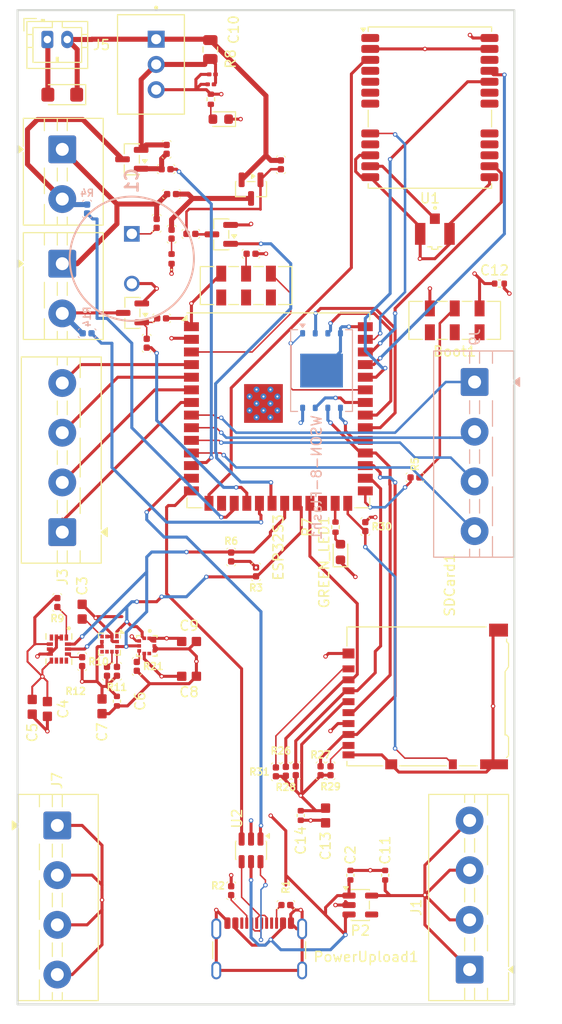
<source format=kicad_pcb>
(kicad_pcb (version 20241229) (generator "pcbnew") (generator_version "9.0")
  (layers (0 "F.Cu" signal) (4 "In1.Cu" power "GND.Cu") (6 "In2.Cu" power "3V3.Cu") (2 "B.Cu" signal) (13 "F.Paste" user) (15 "B.Paste" user) (5 "F.SilkS" user "F.Silkscreen") (7 "B.SilkS" user "B.Silkscreen") (1 "F.Mask" user) (3 "B.Mask" user) (25 "Edge.Cuts" user))
  (net 0 "")
  (net 1 "+5V")
  (net 2 "Net-(Barometer1-SDI)")
  (net 4 "Net-(Boot1A-B)")
  (net 5 "+7.4V")
  (net 6 "Net-(ESP32S3-IO4)")
  (net 7 "GND")
  (net 8 "+3V3")
  (net 9 "Net-(Boot2A-B)")
  (net 10 "Net-(Boot2A-C)")
  (net 11 "Net-(ESP32S3-IO5)")
  (net 12 "Net-(ESP32S3-IO0)")
  (net 13 "Net-(ESP32S3-IO6)")
  (net 14 "Net-(Barometer1-SCK)")
  (net 22 "Net-(PowerUpload1-CC2)")
  (net 24 "Net-(PowerUpload1-CC1)")
  (net 25 "Net-(C1-+)")
  (net 26 "Net-(D2-A)")
  (net 27 "Net-(ESP32S3-IO19)")
  (net 28 "Net-(ESP32S3-IO3)")
  (net 29 "Net-(ESP32S3-IO35)")
  (net 30 "Net-(ESP32S3-IO7)")
  (net 31 "/~{RESET}")
  (net 32 "/CS_FLASH")
  (net 33 "Net-(IMU6axis1-CS)")
  (net 34 "Net-(IMU6axis1-SDO{slash}SA0)")
  (net 35 "Net-(Magnometer1-SDO{slash}SA1)")
  (net 36 "Net-(Magnometer1-C1)")
  (net 37 "Net-(Magnometer1-~{CS})")
  (net 38 "Net-(ESP32S3-IO16)")
  (net 39 "Net-(J2-Pin_2)")
  (net 40 "Net-(ESP32S3-IO38)")
  (net 41 "Net-(ESP32S3-IO41)")
  (net 42 "Net-(Q1-G)")
  (net 43 "Net-(ESP32S3-IO36)")
  (net 45 "Net-(ESP32S3-IO39)")
  (net 46 "Net-(ESP32S3-IO37)")
  (net 47 "Net-(ESP32S3-IO21)")
  (net 48 "Net-(ESP32S3-IO15)")
  (net 49 "Net-(ESP32S3-IO20)")
  (net 50 "/PYRO_FIRE")
  (net 51 "Net-(ESP32S3-IO17)")
  (net 53 "/CHARGE_PYRO")
  (net 54 "/DET_A")
  (net 55 "/PYRO2_FIRE")
  (net 56 "Net-(ESP32S3-IO40)")
  (net 57 "Net-(ESP32S3-IO2)")
  (net 58 "Net-(ESP32S3-TXD0)")
  (net 59 "Net-(ESP32S3-IO48)")
  (net 60 "Net-(ESP32S3-RXD0)")
  (net 61 "Net-(ESP32S3-IO18)")
  (net 62 "Net-(GREEN_LED1-A)")
  (net 63 "Net-(J10-Pin_1)")
  (net 64 "Net-(U1-RF_IN)")
  (net 65 "Net-(J10-Pin_2)")
  (net 66 "Net-(NCD0603R1-A)")
  (net 68 "Net-(PowerUpload1-D+-PadA6)")
  (net 69 "Net-(PowerUpload1-D--PadA7)")
  (net 70 "Net-(Q2-G)")
  (net 71 "Net-(Q3-D)")
  (net 72 "Net-(Q4-G)")
  (net 73 "Net-(SDCard1-DAT1)")
  (net 74 "Net-(SDCard1-DAT2)")
  (net 77 "Net-(Q4-D)")
  (net 83 "Net-(Barometer1-SDO)")
  (footprint "TerminalBlock:TerminalBlock_MaiXu_MX126-5.0-04P_1x04_P5.00mm" (layer "F.Cu") (at 104.5 132 -90)
    (property "Reference" "J7")
    (property "Value" "MX128-5.0-04P-GN01-Cu-Y-A")
  )
  (footprint "Resistor:R0402" (layer "F.Cu") (at 117.9445 72.5 -90)
    (property "Reference" "R25" (hide yes))
    (property "Value" "2200")
  )
  (footprint "Resistor:R0402" (layer "F.Cu") (at 126.5 126.611)
    (property "Reference" "R31")
    (property "Value" "10k")
  )
  (footprint "LED_SMD:LED_0603_1608Metric" (layer "F.Cu") (at 133 104.5 90)
    (property "Reference" "GREEN_LED1")
    (property "Value" "NCD0603G1")
  )
  (footprint "Package_TO_SOT_SMD:SOT-23" (layer "F.Cu") (at 112.0625 80.45 180)
    (property "Reference" "Q2" (hide yes))
    (property "Value" "AO3400A")
  )
  (footprint "Capacitor:CAPC1608X90N" (layer "F.Cu") (at 131.5 131 90)
    (property "Reference" "C13")
    (property "Value" "100nF")
  )
  (footprint "Capacitor_SMD:C_0402_1005Metric" (layer "F.Cu") (at 110.5 119.5 -90)
    (property "Reference" "C6")
    (property "Value" "1uF")
  )
  (footprint "Resistor:R0402" (layer "F.Cu") (at 115 81 -90)
    (property "Reference" "R16" (hide yes))
    (property "Value" "10k")
  )
  (footprint "Resistor:R0402" (layer "F.Cu") (at 127.5 140.007577 -90)
    (property "Reference" "R1")
    (property "Value" "5.1k")
  )
  (footprint "Package_TO_SOT_SMD:SOT-23-5" (layer "F.Cu") (at 135 140.007577)
    (property "Reference" "P2")
    (property "Value" "LP5907MFX-3.3")
  )
  (footprint "RF_GPS:ublox_NEO" (layer "F.Cu") (at 142 59.8)
    (property "Reference" "U1")
    (property "Value" "NEO-M8N")
  )
  (footprint "Resistor:R0402" (layer "F.Cu") (at 109.5 116.5)
    (property "Reference" "R12")
    (property "Value" "10k")
  )
  (footprint "Button_Switch_SMD:SW_DPDT_CK_JS202011JCQN" (layer "F.Cu") (at 123.5 77.7)
    (property "Reference" "Boot2" (hide yes))
    (property "Value" "SW_DPDT_x2")
  )
  (footprint "Resistor:R0402" (layer "F.Cu") (at 110.5 116.5)
    (property "Reference" "R11")
    (property "Value" "10k")
  )
  (footprint "RF_Module:ESP32-S3-WROOM-1U" (layer "F.Cu") (at 126.75 90.25)
    (property "Reference" "ESP32S3")
    (property "Value" "ESP32-S3-WROOM-1U-N4")
  )
  (footprint "Capacitor:CAPC1608X90N" (layer "F.Cu") (at 117.76 117)
    (property "Reference" "C8")
    (property "Value" "100nF")
  )
  (footprint "Package_TO_SOT_SMD:SOT-23-6" (layer "F.Cu") (at 124 134.507577 -90)
    (property "Reference" "U2")
    (property "Value" "USBLC6-2SC6")
  )
  (footprint "Package_TO_SOT_SMD:SOT-23" (layer "F.Cu") (at 124 68 -90)
    (property "Reference" "Q4" (hide yes))
    (property "Value" "FDN340P")
  )
  (footprint "Resistor:R0402" (layer "F.Cu") (at 107 115.525)
    (property "Reference" "R10")
    (property "Value" "10k")
  )
  (footprint "TerminalBlock:TerminalBlock_MaiXu_MX126-5.0-02P_1x02_P5.00mm" (layer "F.Cu") (at 105 64 -90)
    (property "Reference" "J10" (hide yes))
    (property "Value" "Screw_Terminal")
  )
  (footprint "Button_Switch_SMD:SW_DPDT_CK_JS202011JCQN" (layer "F.Cu") (at 144.5 81.2)
    (property "Reference" "Boot1")
    (property "Value" "SW_DPDT_x2")
  )
  (footprint "BMP388:PQFN50P200X200X80-10N" (layer "F.Cu") (at 113.505 113.9425 -90)
    (property "Reference" "Barometer1" (hide yes))
    (property "Value" "BMP388")
  )
  (footprint "TerminalBlock:TerminalBlock_MaiXu_MX126-5.0-04P_1x04_P5.00mm" (layer "F.Cu") (at 146 146.5 90)
    (property "Reference" "J1")
    (property "Value" "MX128-5.0-04P-GN01-Cu-Y-A")
  )
  (footprint "Resistor:R0402" (layer "F.Cu") (at 112.5 116 180)
    (property "Reference" "R21")
    (property "Value" "10k")
  )
  (footprint "Resistor_SMD:R_0402_1005Metric" (layer "F.Cu") (at 132.5 102 -90)
    (property "Reference" "R7")
    (property "Value" "5.4k")
  )
  (footprint "Resistor:R0402" (layer "F.Cu") (at 115.5 64)
    (property "Reference" "R15" (hide yes))
    (property "Value" "10k")
  )
  (footprint "Package_TO_SOT_SMD:SOT-23" (layer "F.Cu") (at 112 65 180)
    (property "Reference" "Q1" (hide yes))
    (property "Value" "AO3400A")
  )
  (footprint "LED_SMD:LED_0402_1005Metric" (layer "F.Cu") (at 116 75.015 90)
    (property "Reference" "D2" (hide yes))
    (property "Value" "RED LED")
  )
  (footprint "Resistor:R0402" (layer "F.Cu") (at 114.5 71.4445 180)
    (property "Reference" "R22" (hide yes))
    (property "Value" "147")
  )
  (footprint "Resistor_SMD:R_0402_1005Metric" (layer "F.Cu") (at 119.95 58.96 -90)
    (property "Reference" "R8")
    (property "Value" "5.4k")
  )
  (footprint "Resistor:R0402" (layer "F.Cu") (at 122 138.563077)
    (property "Reference" "R2")
    (property "Value" "5.1k")
  )
  (footprint "Resistor:R0402" (layer "F.Cu") (at 140.5 97 -90)
    (property "Reference" "R5")
    (property "Value" "10k")
  )
  (footprint "Capacitor:CAPC1608X90N" (layer "F.Cu") (at 109 120.02 -90)
    (property "Reference" "C7")
    (property "Value" "100nF")
  )
  (footprint "Resistor:R0402" (layer "F.Cu") (at 116 72.53 180)
    (property "Reference" "R20" (hide yes))
    (property "Value" "10k")
  )
  (footprint "Resistor:R0402" (layer "F.Cu") (at 128.5 126.5 180)
    (property "Reference" "R26")
    (property "Value" "10k")
  )
  (footprint "footprints:CONV_TPSM84205EAB" (layer "F.Cu") (at 114.45 55.46 -90)
    (property "Reference" "PS1" (hide yes))
    (property "Value" "TPSM84205EAB" (hide yes))
  )
  (footprint "Resistor:R0402" (layer "F.Cu") (at 104.5 109.5805 180)
    (property "Reference" "R9")
    (property "Value" "10k")
  )
  (footprint "Capacitor_SMD:C_0402_1005Metric" (layer "F.Cu") (at 149 77.5 180)
    (property "Reference" "C12")
    (property "Value" "100nf")
  )
  (footprint "Resistor:R0402" (layer "F.Cu") (at 135.5 101.9445 180)
    (property "Reference" "R30")
    (property "Value" "10k")
  )
  (footprint "Capacitor:CAPC1608X90N" (layer "F.Cu") (at 117.76 113.5)
    (property "Reference" "C9")
    (property "Value" "100nF")
  )
  (footprint "Resistor:R0402" (layer "F.Cu") (at 131 126.5)
    (property "Reference" "R27")
    (property "Value" "10k")
  )
  (footprint "Capacitor:CAPC1608X90N" (layer "F.Cu") (at 103.5 120.285 90)
    (property "Reference" "C4")
    (property "Value" "100nF")
  )
  (footprint "Diode_SMD:D_SMF" (layer "F.Cu") (at 105 58.5 180)
    (property "Reference" "D1" (hide yes))
    (property "Value" "SMF9V0A")
  )
  (footprint "TerminalBlock:TerminalBlock_MaiXu_MX126-5.0-04P_1x04_P5.00mm" (layer "F.Cu") (at 105 102.5 90)
    (property "Reference" "J3")
    (property "Value" "MX128-5.0-04P-GN01-Cu-Y-A")
  )
  (footprint "Capacitor_SMD:C_0805_2012Metric" (layer "F.Cu") (at 119.9 53.96 90)
    (property "Reference" "C10")
    (property "Value" "10uf 1mOhm")
  )
  (footprint "Resistor:R0402" (layer "F.Cu") (at 113.5 83.5 180)
    (property "Reference" "R19" (hide yes))
    (property "Value" "330")
  )
  (footprint "Resistor:R0402" (layer "F.Cu") (at 124 74.5 90)
    (property "Reference" "R17" (hide yes))
    (property "Value" "10K")
  )
  (footprint "Resistor:R0402" (layer "F.Cu") (at 127.5 126.5555)
    (property "Reference" "R28")
    (property "Value" "10k")
  )
  (footprint "Connector_JST:JST_PH_B2B-PH-K_1x02_P2.00mm_Vertical" (layer "F.Cu") (at 103.5 52.95)
    (property "Reference" "J5")
    (property "Value" "LIPO PIN")
  )
  (footprint "footprints:IPEX_20279-001E-03" (layer "F.Cu") (at 142.5 72.5 180)
    (property "Reference" "J7CHECK1" (hide yes))
    (property "Value" "20279-001E-03")
  )
  (footprint "Resistor:R0402" (layer "F.Cu") (at 132 126.5)
    (property "Reference" "R29")
    (property "Value" "10k")
  )
  (footprint "TerminalBlock:TerminalBlock_MaiXu_MX126-5.0-02P_1x02_P5.00mm" (layer "F.Cu") (at 105 75.5 -90)
    (property "Reference" "J2" (hide yes))
    (property "Value" "Screw_Terminal")
  )
  (footprint "Capacitor_SMD:C_0402_1005Metric" (layer "F.Cu") (at 137.5 137.007577 -90)
    (property "Reference" "C11")
    (property "Value" "1uf")
  )
  (footprint "Package_LGA:LGA-12_2x2mm_P0.5mm" (layer "F.Cu") (at 109.75 113.7625 -90)
    (property "Reference" "Magnometer1" (hide yes))
    (property "Value" "LIS3MDLTR")
  )
  (footprint "Capacitor_SMD:C_0402_1005Metric" (layer "F.Cu") (at 134 137.007577 -90)
    (property "Reference" "C2")
    (property "Value" "1uf")
  )
  (footprint "Resistor:R0402" (layer "F.Cu") (at 122 105)
    (property "Reference" "R6")
    (property "Value" "2.2k")
  )
  (footprint "Connector_Card:microSD_HC_Hirose_DM3AT-SF-PEJM5" (layer "F.Cu") (at 141.535 119.03 90)
    (property "Reference" "SDCard1")
    (property "Value" "Micro_SD_Card")
  )
  (footprint "Capacitor:CAPC1608X90N" (layer "F.Cu") (at 107 110.5 90)
    (property "Reference" "C3")
    (property "Value" "100nF" (hide yes))
  )
  (footprint "Capacitor_SMD:C_0201_0603Metric" (layer "F.Cu") (at 119.95 57.46 180)
    (property "Reference" "C12_47uF2" (hide yes))
    (property "Value" "06034W476MAT2A")
  )
  (footprint "LSM6DSOX:PQFN50P250X300X86-14N" (layer "F.Cu") (at 104.66 114.2625 -90)
    (property "Reference" "IMU6axis1" (hide yes))
    (property "Value" "LSM6DSOXTR")
  )
  (footprint "Resistor:R0402" (layer "F.Cu") (at 127 65.5555 180)
    (property "Reference" "R24" (hide yes))
    (property "Value" "10k")
  )
  (footprint "Capacitor_SMD:C_0402_1005Metric" (layer "F.Cu") (at 129 131 90)
    (property "Reference" "C14")
    (property "Value" "10uF")
  )
  (footprint "Resistor:R0402" (layer "F.Cu") (at 115.4445 66 -90)
    (property "Reference" "R18" (hide yes))
    (property "Value" "330")
  )
  (footprint "Resistor:R0402" (layer "F.Cu") (at 124.5 106.5 180)
    (property "Reference" "R3")
    (property "Value" "2.2k")
  )
  (footprint "LED_SMD:LED_0603_1608Metric" (layer "F.Cu") (at 120.95 60.96 180)
    (property "Reference" "NCD0603R1" (hide yes))
    (property "Value" "RED_LED")
  )
  (footprint "Capacitor:CAPC1608X90N" (layer "F.Cu") (at 101.975 120.07 90)
    (property "Reference" "C5")
    (property "Value" "100nF")
  )
  (footprint "Connector_USB:USB_C_Receptacle_GCT_USB4105-xx-A_16P_TopMnt_Horizontal" (layer "F.Cu") (at 124.82 145.507577)
    (property "Reference" "PowerUpload1")
    (property "Value" "USB_C")
  )
  (footprint "Resistor:R0402" (layer "F.Cu") (at 116 68.5 90)
    (property "Reference" "R23" (hide yes))
    (property "Value" "1 ohm, 20W")
  )
  (footprint "Package_TO_SOT_SMD:SOT-23" (layer "F.Cu") (at 121 72.55 180)
    (property "Reference" "Q3" (hide yes))
    (property "Value" "AO3400A")
  )
  (footprint "Capacitor_SMD:C_0201_0603Metric" (layer "F.Cu") (at 120.105 56.46 180)
    (property "Reference" "C12_47uF1" (hide yes))
    (property "Value" "06034W476MAT2A")
  )
  (footprint "Package_SON:WSON-8-1EP_8x6mm_P1.27mm_EP3.4x4.3mm" (layer "B.Cu") (at 131.095 86.25 -90)
    (property "Reference" "WSON-8-Flash1")
    (property "Value" "U10" (hide yes))
  )
  (footprint "TerminalBlock:TerminalBlock_MaiXu_MX126-5.0-04P_1x04_P5.00mm" (layer "B.Cu") (at 146.5 87.4 -90)
    (property "Reference" "J9")
    (property "Value" "MX128-5.0-04P-GN01-Cu-Y-A" (hide yes))
  )
  (footprint "Resistor:R0402" (layer "B.Cu") (at 107.5 82.5 90)
    (property "Reference" "R14")
    (property "Value" "10k" (hide yes))
  )
  (footprint "Resistor:R0402" (layer "B.Cu") (at 107.5 70)
    (property "Reference" "R4")
    (property "Value" "10k" (hide yes))
  )
  (footprint "Capacitor:CAPPRD500W85D1250H3700" (layer "B.Cu") (at 112 72.5 -90)
    (property "Reference" "C1")
    (property "Value" "6800 UF" (hide yes))
  )
  (gr_rect (start 100.5 50) (end 150.5 150) (stroke (width 0.2)) (fill no) (layer "Edge.Cuts"))
  (segment (start 125.98 131.02) (end 127.5 132.54) (width 0.3048) (layer "F.Cu") (net 1))
  (segment (start 114.45 58) (end 118.45 58) (width 0.3048) (layer "F.Cu") (net 1))
  (segment (start 127.5 132.54) (end 127.5 138) (width 0.3048) (layer "F.Cu") (net 1))
  (segment (start 118.45 58) (end 118.45 57.96) (width 0.3048) (layer "F.Cu") (net 1))
  (segment (start 122.42 142.356807) (end 124.10517 144.041977) (width 0.3048) (layer "F.Cu") (net 1))
  (segment (start 119.5 58) (end 119.95 58.45) (width 0.3048) (layer "F.Cu") (net 1))
  (segment (start 119.95 58.45) (end 120.95 58.45) (width 0.3048) (layer "F.Cu") (net 1))
  (segment (start 132.694244 139.057577) (end 131.5 140.251821) (width 0.3048) (layer "F.Cu") (net 1))
  (segment (start 133.5 141.320077) (end 133.8625 140.957577) (width 0.3048) (layer "F.Cu") (net 1))
  (segment (start 120.95 58.45) (end 121 58.5) (width 0.3048) (layer "F.Cu") (net 1))
  (segment (start 118.45 57.96) (end 118.95 57.46) (width 0.3048) (layer "F.Cu") (net 1))
  (segment (start 125.43529 144.041977) (end 125.984845 143.492422) (width 0.3048) (layer "F.Cu") (net 1))
  (segment (start 127.22 142.257267) (end 127.22 141.827577) (width 0.3048) (layer "F.Cu") (net 1))
  (segment (start 122.42 141.827577) (end 122.42 142.356807) (width 0.3048) (layer "F.Cu") (net 1))
  (segment (start 118.45 56.96) (end 118.95 56.46) (width 0.3048) (layer "F.Cu") (net 1))
  (segment (start 118.45 58) (end 119.5 58) (width 0.3048) (layer "F.Cu") (net 1))
  (segment (start 133.8625 139.057577) (end 132.694244 139.057577) (width 0.3048) (layer "F.Cu") (net 1))
  (segment (start 133.8625 139.057577) (end 133.8625 137.625077) (width 0.3048) (layer "F.Cu") (net 1))
  (segment (start 133.8625 137.625077) (end 134 137.487577) (width 0.3048) (layer "F.Cu") (net 1))
  (segment (start 124.10517 144.041977) (end 125.43529 144.041977) (width 0.3048) (layer "F.Cu") (net 1))
  (segment (start 118.95 57.46) (end 119.63 57.46) (width 0.3048) (layer "F.Cu") (net 1))
  (segment (start 131.5 141.007577) (end 133.5 143.007577) (width 0.3048) (layer "F.Cu") (net 1))
  (segment (start 131.5 140.251821) (end 131.5 141.007577) (width 0.3048) (layer "F.Cu") (net 1))
  (segment (start 125.96 131) (end 125.98 131.02) (width 0.3048) (layer "F.Cu") (net 1))
  (segment (start 124 137.507577) (end 124 135.645077) (width 0.3048) (layer "F.Cu") (net 1))
  (segment (start 118.95 56.46) (end 119.785 56.46) (width 0.3048) (layer "F.Cu") (net 1))
  (segment (start 125.984845 143.492422) (end 127.22 142.257267) (width 0.3048) (layer "F.Cu") (net 1))
  (segment (start 118.45 57.96) (end 118.45 56.96) (width 0.3048) (layer "F.Cu") (net 1))
  (segment (start 133.5 143.007577) (end 133.5 141.320077) (width 0.3048) (layer "F.Cu") (net 1))
  (segment (start 127.5 137.007577) (end 131.5 141.007577) (width 0.3048) (layer "F.Cu") (net 1))
  (via blind (at 121 58.45) (size 0.4572) (drill 0.254) (layers "F.Cu" "In2.Cu") (net 1))
  (via blind (at 125.98 131.02) (size 0.4572) (drill 0.254) (layers "F.Cu" "In2.Cu") (net 1))
  (via (at 133.5 143.007577) (size 0.4572) (drill 0.254) (layers "F.Cu" "B.Cu") (net 1))
  (via (at 125.984845 143.492422) (size 0.4572) (drill 0.254) (layers "F.Cu" "B.Cu") (net 1))
  (via (at 124 137.507577) (size 0.4572) (drill 0.254) (layers "F.Cu" "B.Cu") (net 1))
  (segment (start 124.778644 144.041977) (end 124 143.263333) (width 0.3048) (layer "B.Cu") (net 1))
  (segment (start 125.984845 143.492422) (end 127 144.507577) (width 0.3048) (layer "B.Cu") (net 1))
  (segment (start 127 144.507577) (end 132 144.507577) (width 0.3048) (layer "B.Cu") (net 1))
  (segment (start 125.984845 143.492422) (end 125.43529 144.041977) (width 0.3048) (layer "B.Cu") (net 1))
  (segment (start 125.43529 144.041977) (end 124.778644 144.041977) (width 0.3048) (layer "B.Cu") (net 1))
  (segment (start 132 144.507577) (end 133.5 143.007577) (width 0.3048) (layer "B.Cu") (net 1))
  (segment (start 124 143.263333) (end 124 137.507577) (width 0.3048) (layer "B.Cu") (net 1))
  (segment (start 124.261999 104.5) (end 125.9445 102.817499) (width 0.3048) (layer "F.Cu") (net 2))
  (segment (start 106.2375 113.7625) (end 107 113) (width 0.3048) (layer "F.Cu") (net 2))
  (segment (start 125.9445 102.817499) (end 125.9445 102.5) (width 0.3048) (layer "F.Cu") (net 2))
  (segment (start 111.5 113.9425) (end 111.43 114.0125) (width 0.3048) (layer "F.Cu") (net 2))
  (segment (start 117.5 104.5) (end 124.261999 104.5) (width 0.3048) (layer "F.Cu") (net 2))
  (segment (start 125.9445 102.5) (end 127.385 101.0595) (width 0.3048) (layer "F.Cu") (net 2))
  (segment (start 112.74 113.9425) (end 111.5 113.9425) (width 0.3048) (layer "F.Cu") (net 2))
  (segment (start 111.43 114.0125) (end 110.5125 114.0125) (width 0.3048) (layer "F.Cu") (net 2))
  (segment (start 127.385 101.0595) (end 127.385 99.6) (width 0.3048) (layer "F.Cu") (net 2))
  (segment (start 105.57 113.7625) (end 106.2375 113.7625) (width 0.3048) (layer "F.Cu") (net 2))
  (via (at 117.5 104.5) (size 0.4572) (drill 0.254) (layers "F.Cu" "B.Cu") (net 2))
  (via (at 107 113) (size 0.4572) (drill 0.254) (layers "F.Cu" "B.Cu") (net 2))
  (via (at 111.43 114.0125) (size 0.4572) (drill 0.254) (layers "F.Cu" "B.Cu") (net 2))
  (segment (start 114 104.5) (end 117.5 104.5) (width 0.3048) (layer "B.Cu") (net 2))
  (segment (start 107 113) (end 113.5 106.5) (width 0.3048) (layer "B.Cu") (net 2))
  (segment (start 113.5 110.5) (end 113.5 106.5) (width 0.3048) (layer "B.Cu") (net 2))
  (segment (start 111.43 112.57) (end 113.5 110.5) (width 0.3048) (layer "B.Cu") (net 2))
  (segment (start 111.43 114.0125) (end 111.43 112.57) (width 0.3048) (layer "B.Cu") (net 2))
  (segment (start 113.5 105) (end 114 104.5) (width 0.3048) (layer "B.Cu") (net 2))
  (segment (start 113.5 106.5) (end 113.5 105) (width 0.3048) (layer "B.Cu") (net 2))
  (segment (start 140.9445 97) (end 143 94.9445) (width 0.254) (layer "F.Cu") (net 4))
  (segment (start 143 94.9445) (end 143 81.5) (width 0.254) (layer "F.Cu") (net 4))
  (segment (start 143 81.5) (end 144.5 80) (width 0.254) (layer "F.Cu") (net 4))
  (segment (start 106.5 58.45) (end 106.45 58.5) (width 0.508) (layer "F.Cu") (net 5))
  (segment (start 125.5 64.6125) (end 123.05 67.0625) (width 0.508) (layer "F.Cu") (net 5))
  (segment (start 125.5 58.61) (end 125.5 64.6125) (width 0.508) (layer "F.Cu") (net 5))
  (segment (start 125.9985 65.111) (end 125.5 64.6125) (width 0.508) (layer "F.Cu") (net 5))
  (segment (start 105.5 52.95) (end 107.95 52.95) (width 0.508) (layer "F.Cu") (net 5))
  (segment (start 119.9 53.01) (end 125.5 58.61) (width 0.508) (layer "F.Cu") (net 5))
  (segment (start 114.45 52.92) (end 107.98 52.92) (width 0.508) (layer "F.Cu") (net 5))
  (segment (start 127 65.111) (end 125.9985 65.111) (width 0.508) (layer "F.Cu") (net 5))
  (segment (start 114.45 52.92) (end 119.81 52.92) (width 0.508) (layer "F.Cu") (net 5))
  (segment (start 107.95 52.95) (end 107.99 52.95) (width 0.508) (layer "F.Cu") (net 5))
  (segment (start 119.81 52.92) (end 119.9 53.01) (width 0.508) (layer "F.Cu") (net 5))
  (segment (start 105.5 52.95) (end 106.5 53.95) (width 0.508) (layer "F.Cu") (net 5))
  (segment (start 106.5 53.95) (end 106.5 58.45) (width 0.508) (layer "F.Cu") (net 5))
  (segment (start 107.98 52.92) (end 107.95 52.95) (width 0.508) (layer "F.Cu") (net 5))
  (segment (start 118 85.65) (end 106.85 85.65) (width 0.3048) (layer "F.Cu") (net 6))
  (segment (start 106.85 85.65) (end 105 87.5) (width 0.3048) (layer "F.Cu") (net 6))
  (segment (start 125 101.5) (end 125 100.81) (width 0.3048) (layer "F.Cu") (net 7))
  (segment (start 108.37 111.13) (end 107 109.76) (width 0.3048) (layer "F.Cu") (net 7))
  (segment (start 148.3566 112.9084) (end 148.91 112.355) (width 0.3048) (layer "F.Cu") (net 7))
  (segment (start 114.27 113.9425) (end 114.5729 114.2454) (width 0.3048) (layer "F.Cu") (net 7))
  (segment (start 115.4445 81) (end 117.16 81) (width 0.3048) (layer "F.Cu") (net 7))
  (segment (start 132.745 121.755) (end 132 122.5) (width 0.3048) (layer "F.Cu") (net 7))
  (segment (start 129.14 146.582577) (end 129.14 142.402577) (width 0.3048) (layer "F.Cu") (net 7))
  (segment (start 137.16 124.905) (end 138.11 125.855) (width 0.3048) (layer "F.Cu") (net 7))
  (segment (start 122.305 100.195) (end 121.5 101) (width 0.3048) (layer "F.Cu") (net 7))
  (segment (start 110 112.76) (end 110 113) (width 0.3048) (layer "F.Cu") (net 7))
  (segment (start 109 138.5) (end 109 138) (width 0.3048) (layer "F.Cu") (net 7))
  (segment (start 121.62 141.627577) (end 120.5 140.507577) (width 0.3048) (layer "F.Cu") (net 7))
  (segment (start 102.7375 114.7625) (end 102.5 115) (width 0.3048) (layer "F.Cu") (net 7))
  (segment (start 107.5 142) (end 109 140.5) (width 0.3048) (layer "F.Cu") (net 7))
  (segment (start 120.425 56.96) (end 120.425 55.435) (width 0.3048) (layer "F.Cu") (net 7))
  (segment (start 121 76.5) (end 118 79.5) (width 0.3048) (layer "F.Cu") (net 7))
  (segment (start 143.975 73.525) (end 142.5 75) (width 0.3048) (layer "F.Cu") (net 7))
  (segment (start 148.46 125.855) (end 147.6796 126.6354) (width 0.3048) (layer "F.Cu") (net 7))
  (segment (start 103.55 53) (end 103.5 52.95) (width 0.3048) (layer "F.Cu") (net 7))
  (segment (start 103.5 121.025) (end 103.5 122.525) (width 0.3048) (layer "F.Cu") (net 7))
  (segment (start 122.305 99.6) (end 122.305 100.195) (width 0.3048) (layer "F.Cu") (net 7))
  (segment (start 110 113.4233) (end 110.0892 113.5125) (width 0.3048) (layer "F.Cu") (net 7))
  (segment (start 109.668416 120.76) (end 109 120.76) (width 0.3048) (layer "F.Cu") (net 7))
  (segment (start 141.025 71.825) (end 141.025 72.5) (width 0.3048) (layer "F.Cu") (net 7))
  (segment (start 101.975 121) (end 103.5 122.525) (width 0.3048) (layer "F.Cu") (net 7))
  (segment (start 113.432 63.5555) (end 112.9375 64.05) (width 0.3048) (layer "F.Cu") (net 7))
  (segment (start 120.5 140.507577) (end 120.5 142.402577) (width 0.3048) (layer "F.Cu") (net 7))
  (segment (start 108.37 111.13) (end 110 112.76) (width 0.3048) (layer "F.Cu") (net 7))
  (segment (start 114.45 55.46) (end 112.9375 56.9725) (width 0.508) (layer "F.Cu") (net 7))
  (segment (start 104.5 137) (end 108 137) (width 0.3048) (layer "F.Cu") (net 7))
  (segment (start 104.41 114.1025) (end 104.41 113.1025) (width 0.3048) (layer "F.Cu") (net 7))
  (segment (start 133.84 81.84) (end 135.5 81.84) (width 0.3048) (layer "F.Cu") (net 7))
  (segment (start 122 138.118577) (end 122 137.007577) (width 0.3048) (layer "F.Cu") (net 7))
  (segment (start 121.62 141.827577) (end 121.62 141.627577) (width 0.3048) (layer "F.Cu") (net 7))
  (segment (start 122.305 99.1092) (end 122.305 99.6) (width 0.3048) (layer "F.Cu") (net 7))
  (segment (start 120.425 55.435) (end 119.9 54.91) (width 0.3048) (layer "F.Cu") (net 7))
  (segment (start 107.5 142) (end 104.5 142) (width 0.3048) (layer "F.Cu") (net 7))
  (segment (start 118 79.5) (end 118 81.84) (width 0.3048) (layer "F.Cu") (net 7))
  (segment (start 120.425 56.96) (end 120.425 56.46) (width 0.3048) (layer "F.Cu") (net 7))
  (segment (start 114.3758 114.4425) (end 114.5729 114.2454) (width 0.3048) (layer "F.Cu") (net 7))
  (segment (start 112 77.5) (end 114 77.5) (width 0.3048) (layer "F.Cu") (net 7))
  (segment (start 135.1 66.8) (end 134.5307 66.2307) (width 0.3048) (layer "F.Cu") (net 7))
  (segment (start 133 105.2875) (end 133 105.5) (width 0.3048) (layer "F.Cu") (net 7))
  (segment (start 104.5 147) (end 106 147) (width 0.3048) (layer "F.Cu") (net 7))
  (segment (start 149.48 77.5) (end 149.48 77.98) (width 0.3048) (layer "F.Cu") (net 7))
  (segment (start 147.6796 126.6354) (end 138.87346 126.6354) (width 0.3048) (layer "F.Cu") (net 7))
  (segment (start 111.5663 119.98) (end 110.5 119.98) (width 0.3048) (layer "F.Cu") (net 7))
  (segment (start 143.975 71.525) (end 148 67.5) (width 0.3048) (layer "F.Cu") (net 7))
  (segment (start 110.0892 113.5125) (end 110.5125 113.5125) (width 0.3048) (layer "F.Cu") (net 7))
  (segment (start 128.42 140.507577) (end 128 140.927577) (width 0.3048) (layer "F.Cu") (net 7))
  (segment (start 109.72 120.76) (end 110.5 119.98) (width 0.3048) (layer "F.Cu") (net 7))
  (segment (start 138.11 125.87194) (end 138.11 125.855) (width 0.3048) (layer "F.Cu") (net 7))
  (segment (start 112.4425 113.4425) (end 112 113) (width 0.254) (layer "F.Cu") (net 7))
  (segment (start 134.5307 66.2307) (end 134.5307 65) (width 0.3048) (layer "F.Cu") (net 7))
  (segment (start 116 75.5) (end 116 76.5) (width 0.3048) (layer "F.Cu") (net 7))
  (segment (start 120.425 57.305) (end 120.425 56.96) (width 0.3048) (layer "F.Cu") (net 7))
  (segment (start 103.55 58.5) (end 103.55 53) (width 0.508) (layer "F.Cu") (net 7))
  (segment (start 110 113) (end 110 113.4233) (width 0.3048) (layer "F.Cu") (net 7))
  (segment (start 119.35 55.46) (end 119.9 54.91) (width 0.3048) (layer "F.Cu") (net 7))
  (segment (start 149.48 77.98) (end 150 78.5) (width 0.3048) (layer "F.Cu") (net 7))
  (segment (start 124.845 100.655) (end 124.845 99.6) (width 0.3048) (layer "F.Cu") (net 7))
  (segment (start 129.14 142.402577) (end 128.595 142.402577) (width 0.3048) (layer "F.Cu") (net 7))
  (segment (start 108 137) (end 109 138) (width 0.3048) (layer "F.Cu") (net 7))
  (segment (start 117.7546 117.7454) (end 118.5 117) (width 0.3048) (layer "F.Cu") (net 7))
  (segment (start 136 66.8) (end 141.025 71.825) (width 0.3048) (layer "F.Cu") (net 7))
  (segment (start 103.75 114.7625) (end 104.41 114.1025) (width 0.3048) (layer "F.Cu") (net 7))
  (segment (start 148 67.5) (end 148 66.8) (width 0.3048) (layer "F.Cu") (net 7))
  (segment (start 120.5 142.402577) (end 120.5 146.582577) (width 0.3048) (layer "F.Cu") (net 7))
  (segment (start 133.81 121.755) (end 132.745 121.755) (width 0.3048) (layer "F.Cu") (net 7))
  (segment (start 148.3566 125.7516) (end 148.3566 112.9084) (width 0.3048) (layer "F.Cu") (net 7))
  (segment (start 127.9445 140.007577) (end 127.9445 140.032077) (width 0.3048) (layer "F.Cu") (net 7))
  (segment (start 117.16 81) (end 118 81.84) (width 0.3048) (layer "F.Cu") (net 7))
  (segment (start 129.14 146.582577) (end 120.5 146.582577) (width 0.3048) (layer "F.Cu") (net 7))
  (segment (start 107 132) (end 104.5 132) (width 0.3048) (layer "F.Cu") (net 7))
  (segment (start 112.5 116.4445) (end 113.8009 117.7454) (width 0.3048) (layer "F.Cu") (net 7))
  (segment (start 114.27 114.4425) (end 114.3758 114.4425) (width 0.3048) (layer "F.Cu") (net 7))
  (segment (start 108.37 111.13) (end 108.5 111) (width 0.3048) (layer "F.Cu") (net 7))
  (segment (start 118.5 114.9908) (end 118.5 117) (width 0.3048) (layer "F.Cu") (net 7))
  (segment (start 129 131.48) (end 131.24 131.48) (width 0.3048) (layer "F.Cu") (net 7))
  (segment (start 117.7546 114.2454) (end 118.5 114.9908) (width 0.3048) (layer "F.Cu") (net 7))
  (segment (start 101.975 120.81) (end 101.975 121) (width 0.3048) (layer "F.Cu") (net 7))
  (segment (start 134.9307 64.6) (end 136 64.6) (width 0.3048) (layer "F.Cu") (net 7))
  (segment (start 109 140.5) (end 109 138.5) (width 0.3048) (layer "F.Cu") (net 7))
  (segment (start 109 138) (end 109 134) (width 0.3048) (layer "F.Cu") (net 7))
  (segment (start 114.5729 114.2454) (end 117.7546 114.2454) (width 0.3048) (layer "F.Cu") (net 7))
  (segment (start 113.8009 117.7454) (end 111.5663 119.98) (width 0.3048) (layer "F.Cu") (net 7))
  (segment (start 129 140.507577) (end 129.14 140.647577) (width 0.3048) (layer "F.Cu") (net 7))
  (segment (start 112.74 113.4425) (end 112.4425 113.4425) (width 0.254) (layer "F.Cu") (net 7))
  (segment (start 133.8625 140.007577) (end 132.5 140.007577) (width 0.3048) (layer "F.Cu") (net 7))
  (segment (start 121.9375 71.6) (end 123.9 71.6) (width 0.3048) (layer "F.Cu") (net 7))
  (segment (start 112.9375 56.9725) (end 112.9375 64.05) (width 0.508) (layer "F.Cu") (net 7))
  (segment (start 127.9445 140.032077) (end 128.42 140.507577) (width 0.3048) (layer "F.Cu") (net 7))
  (segment (start 122.95 60.96) (end 121.7375 60.96) (width 0.3048) (layer "F.Cu") (net 7))
  (segment (start 128 140.927577) (end 128 141.807577) (width 0.3048) (layer "F.Cu") (net 7))
  (segment (start 148.46 125.855) (end 148.3566 125.7516) (width 0.3048) (layer "F.Cu") (net 7))
  (segment (start 106 147) (end 109 144) (width 0.3048) (layer "F.Cu") (net 7))
  (segment (start 142.5 75) (end 141 75) (width 0.3048) (layer "F.Cu") (net 7))
  (segment (start 121.5 101) (end 121 101) (width 0.3048) (layer "F.Cu") (net 7))
  (segment (start 128 141.807577) (end 128.02 141.827577) (width 0.3048) (layer "F.Cu") (net 7))
  (segment (start 103.75 114.7625) (end 103.75 114.2625) (width 0.3048) (layer "F.Cu") (net 7))
  (segment (start 138.87346 126.6354) (end 138.11 125.87194) (width 0.3048) (layer "F.Cu") (net 7))
  (segment (start 133.5025 139.647577) (end 133.8625 140.007577) (width 0.3048) (layer "F.Cu") (net 7))
  (segment (start 103.75 114.7625) (end 102.7375 114.7625) (width 0.3048) (layer "F.Cu") (net 7))
  (segment (start 133.81 124.905) (end 137.16 124.905) (width 0.3048) (layer "F.Cu") (net 7))
  (segment (start 113 79.5) (end 114.5 78) (width 0.3048) (layer "F.Cu") (net 7))
  (segment (start 143.975 72.5) (end 143.975 71.525) (width 0.3048) (layer "F.Cu") (net 7))
  (segment (start 109 134) (end 107 132) (width 0.3048) (layer "F.Cu") (net 7))
  (segment (start 114.45 55.46) (end 119.35 55.46) (width 0.508) (layer "F.Cu") (net 7))
  (segment (start 134 136.527577) (end 137.5 136.527577) (width 0.3048) (layer "F.Cu") (net 7))
  (segment (start 134.5307 65) (end 134.9307 64.6) (width 0.3048) (layer "F.Cu") (net 7))
  (segment (start 142 80) (end 142 78) (width 0.3048) (layer "F.Cu") (net 7))
  (segment (start 104.91 113.1025) (end 104.41 113.1025) (width 0.3048) (layer "F.Cu") (net 7))
  (segment (start 114 77.5) (end 114.5 78) (width 0.3048) (layer "F.Cu") (net 7))
  (segment (start 146.3344 52.8) (end 146.0344 52.5) (width 0.3048) (layer "F.Cu") (net 7))
  (segment (start 115.5 63.5555) (end 113.432 63.5555) (width 0.508) (layer "F.Cu") (net 7))
  (segment (start 141.025 74.975) (end 141 75) (width 0.3048) (layer "F.Cu") (net 7))
  (segment (start 117.7546 114.2454) (end 118.5 113.5) (width 0.3048) (layer "F.Cu") (net 7))
  (segment (start 136 66.8) (end 135.1 66.8) (width 0.3048) (layer "F.Cu") (net 7))
  (segment (start 109 120.76) (end 109.72 120.76) (width 0.3048) (layer "F.Cu") (net 7))
  (segment (start 133 105.5) (end 134.5 107) (width 0.3048) (layer "F.Cu") (net 7))
  (segment (start 124 133.370077) (end 124 131.507577) (width 0.3048) (layer "F.Cu") (net 7))
  (segment (start 141.025 72.5) (end 141.025 74.975) (width 0.3048) (layer "F.Cu") (net 7))
  (segment (start 133.81 114.705) (end 131.795 114.705) (width 0.3048) (layer "F.Cu") (net 7))
  (segment (start 109.5 113) (end 110 113) (width 0.3048) (layer "F.Cu") (net 7))
  (segment (start 131.795 114.705) (end 131.5 115) (width 0.3048) (layer "F.Cu") (net 7))
  (segment (start 148 52.8) (end 146.3344 52.8) (width 0.3048) (layer "F.Cu") (net 7))
  (segment (start 129.14 140.647577) (end 129.14 142.402577) (width 0.3048) (layer "F.Cu") (net 7))
  (segment (start 114.27 113.9425) (end 114.27 114.4425) (width 0.3048) (layer "F.Cu") (net 7))
  (segment (start 125 100.81) (end 124.845 100.655) (width 0.3048) (layer "F.Cu") (net 7))
  (segment (start 123.9 71.6) (end 124 71.5) (width 0.3048) (layer "F.Cu") (net 7))
  (segment (start 120.27 57.46) (end 120.425 57.305) (width 0.3048) (layer "F.Cu") (net 7))
  (segment (start 113.8009 117.7454) (end 117.7546 117.7454) (width 0.3048) (layer "F.Cu") (net 7))
  (segment (start 143.975 72.5) (end 143.975 73.525) (width 0.3048) (layer "F.Cu") (net 7))
  (segment (start 129 140.507577) (end 128.42 140.507577) (width 0.3048) (layer "F.Cu") (net 7))
  (segment (start 108.5 111) (end 111 111) (width 0.3048) (layer "F.Cu") (net 7))
  (segment (start 109 144) (end 109 140.5) (width 0.3048) (layer "F.Cu") (net 7))
  (segment (start 131.24 131.48) (end 131.5 131.74) (width 0.3048) (layer "F.Cu") (net 7))
  (segment (start 128.595 142.402577) (end 128.02 141.827577) (width 0.3048) (layer "F.Cu") (net 7))
  (via blind (at 148.3566 120) (size 0.4572) (drill 0.254) (layers "F.Cu" "In1.Cu") (net 7))
  (via blind (at 124 71.5) (size 0.4572) (drill 0.254) (layers "F.Cu" "In1.Cu") (net 7))
  (via blind (at 102.5 115) (size 0.4572) (drill 0.254) (layers "F.Cu" "In1.Cu") (net 7))
  (via blind (at 122 137.007577) (size 0.4572) (drill 0.254) (layers "F.Cu" "In1.Cu") (net 7))
  (via blind (at 120.5 140.507577) (size 0.4572) (drill 0.254) (layers "F.Cu" "In1.Cu") (net 7))
  (via blind (at 129 140.507577) (size 0.4572) (drill 0.254) (layers "F.Cu" "In1.Cu") (net 7))
  (via blind (at 136 136.507577) (size 0.4572) (drill 0.254) (layers "F.Cu" "In1.Cu") (net 7))
  (via blind (at 132 122.5) (size 0.4572) (drill 0.254) (layers "F.Cu" "In1.Cu") (net 7))
  (via blind (at 131.5 115) (size 0.4572) (drill 0.254) (layers "F.Cu" "In1.Cu") (net 7))
  (via blind (at 109 139.5) (size 0.4572) (drill 0.254) (layers "F.Cu" "In1.Cu") (net 7))
  (via blind (at 146.0344 52.5) (size 0.4572) (drill 0.254) (layers "F.Cu" "In1.Cu") (net 7))
  (via blind (at 142 78) (size 0.4572) (drill 0.254) (layers "F.Cu" "In1.Cu") (net 7))
  (via blind (at 118 79.5) (size 0.4572) (drill 0.254) (layers "F.Cu" "In1.Cu") (net 7))
  (via (at 125 101.5) (size 0.4572) (drill 0.254) (layers "F.Cu" "B.Cu") (net 7))
  (via blind (at 114.5 78) (size 0.4572) (drill 0.254) (layers "F.Cu" "In1.Cu") (net 7))
  (via (at 121 101) (size 0.4572) (drill 0.254) (layers "F.Cu" "B.Cu") (net 7))
  (via (at 124 131.507577) (size 0.4572) (drill 0.254) (layers "F.Cu" "B.Cu") (net 7))
  (via blind (at 134.5 107) (size 0.4572) (drill 0.254) (layers "F.Cu" "In1.Cu") (net 7))
  (via blind (at 103.5 122.525) (size 0.4572) (drill 0.254) (layers "F.Cu" "In1.Cu") (net 7))
  (via blind (at 150 78.5) (size 0.4572) (drill 0.254) (layers "F.Cu" "In1.Cu") (net 7))
  (via blind (at 108.37 111.13) (size 0.4572) (drill 0.254) (layers "F.Cu" "In1.Cu") (net 7))
  (via blind (at 116 76.5) (size 0.4572) (drill 0.254) (layers "F.Cu" "In1.Cu") (net 7))
  (via blind (at 112 113) (size 0.4572) (drill 0.254) (layers "F.Cu" "In1.Cu") (net 7))
  (via blind (at 132.5 140.007577) (size 0.4572) (drill 0.254) (layers "F.Cu" "In1.Cu") (net 7))
  (via blind (at 141 75) (size 0.4572) (drill 0.254) (layers "F.Cu" "In1.Cu") (net 7))
  (via (at 133.84 81.84) (size 0.4572) (drill 0.254) (layers "F.Cu" "B.Cu") (net 7))
  (via blind (at 130 131.5) (size 0.4572) (drill 0.254) (layers "F.Cu" "In1.Cu") (net 7))
  (via blind (at 122.95 60.96) (size 0.4572) (drill 0.254) (layers "F.Cu" "In1.Cu") (net 7))
  (via blind (at 118.5 115.5) (size 0.4572) (drill 0.254) (layers "F.Cu" "In1.Cu") (net 7))
  (segment (start 125 101.5) (end 115.5 101.5) (width 0.3048) (layer "B.Cu") (net 7))
  (segment (start 115.5 101.5) (end 110 96) (width 0.3048) (layer "B.Cu") (net 7))
  (segment (start 108.0555 71) (end 107.5 70.4445) (width 0.3048) (layer "B.Cu") (net 7))
  (segment (start 108.5 71) (end 108.0555 71) (width 0.3048) (layer "B.Cu") (net 7))
  (segment (start 108.9445 83.5) (end 107.9445 82.5) (width 0.3048) (layer "B.Cu") (net 7))
  (segment (start 110 96) (end 110 83.5) (width 0.3048) (layer "B.Cu") (net 7))
  (segment (start 110 83.5) (end 108.9445 83.5) (width 0.3048) (layer "B.Cu") (net 7))
  (segment (start 112 83.5) (end 109.5 81) (width 0.3048) (layer "B.Cu") (net 7))
  (segment (start 133 82) (end 133 82.5) (width 0.3048) (layer "B.Cu") (net 7))
  (segment (start 121 101) (end 112 92) (width 0.3048) (layer "B.Cu") (net 7))
  (segment (start 133.84 81.84) (end 133.16 81.84) (width 0.3048) (layer "B.Cu") (net 7))
  (segment (start 133 84.345) (end 131.095 86.25) (width 0.3048) (layer "B.Cu") (net 7))
  (segment (start 133.16 81.84) (end 133 82) (width 0.3048) (layer "B.Cu") (net 7))
  (segment (start 109.5 81) (end 108.5 81) (width 0.3048) (layer "B.Cu") (net 7))
  (segment (start 112 92) (end 112 83.5) (width 0.3048) (layer "B.Cu") (net 7))
  (segment (start 133 82.5) (end 133 84.345) (width 0.3048) (layer "B.Cu") (net 7))
  (segment (start 108.5 81) (end 108.5 71) (width 0.3048) (layer "B.Cu") (net 7))
  (segment (start 115 117) (end 117.02 117) (width 0.3048) (layer "F.Cu") (net 8))
  (segment (start 128.5 126.9445) (end 128.5 128.5) (width 0.3048) (layer "F.Cu") (net 8))
  (segment (start 146.5 76.5) (end 147 77) (width 0.3048) (layer "F.Cu") (net 8))
  (segment (start 103 117.025) (end 101.5 115.525) (width 0.2) (layer "F.Cu") (net 8))
  (segment (start 148 53.9) (end 141.5 53.9) (width 0.3048) (layer "F.Cu") (net 8))
  (segment (start 130.5 130.52) (end 131.24 130.52) (width 0.3048) (layer "F.Cu") (net 8))
  (segment (start 136 101) (end 135.5 101.5) (width 0.3048) (layer "F.Cu") (net 8))
  (segment (start 137.5 138.557577) (end 137.5 137.487577) (width 0.3048) (layer "F.Cu") (net 8))
  (segment (start 128.5 128.5) (end 129 129) (width 0.3048) (layer "F.Cu") (net 8))
  (segment (start 132 126.9445) (end 131.0555 126.9445) (width 0.3048) (layer "F.Cu") (net 8))
  (segment (start 133.81 119.555) (end 133.3992 119.555) (width 0.3048) (layer "F.Cu") (net 8))
  (segment (start 147 77) (end 147 77.5) (width 0.3048) (layer "F.Cu") (net 8))
  (segment (start 102.2375 111.081001) (end 102.2375 113.7625) (width 0.3048) (layer "F.Cu") (net 8))
  (segment (start 114.27 113.4425) (end 114.02 113.4425) (width 0.3048) (layer "F.Cu") (net 8))
  (segment (start 103.5 117.525) (end 103 117.025) (width 0.2) (layer "F.Cu") (net 8))
  (segment (start 144 141.5) (end 141.5 139) (width 0.3048) (layer "F.Cu") (net 8))
  (segment (start 113.755 113.1775) (end 116.6975 113.1775) (width 0.3048) (layer "F.Cu") (net 8))
  (segment (start 107 115.9695) (end 107 117.525) (width 0.3048) (layer "F.Cu") (net 8))
  (segment (start 129.0979 123.8563) (end 129.0979 128.9021) (width 0.3048) (layer "F.Cu") (net 8))
  (segment (start 146 131.5) (end 141.5 136) (width 0.3048) (layer "F.Cu") (net 8))
  (segment (start 147.5 77.5) (end 148.52 77.5) (width 0.3048) (layer "F.Cu") (net 8))
  (segment (start 103.5 119.545) (end 103.5 117.525) (width 0.2) (layer "F.Cu") (net 8))
  (segment (start 108.475 117.525) (end 108.5 117.5) (width 0.3048) (layer "F.Cu") (net 8))
  (segment (start 107 117.525) (end 108.475 117.525) (width 0.3048) (layer "F.Cu") (net 8))
  (segment (start 101.5 114.5) (end 102.2375 113.7625) (width 0.2) (layer "F.Cu") (net 8))
  (segment (start 131.24 130.52) (end 131.5 130.26) (width 0.3048) (layer "F.Cu") (net 8))
  (segment (start 108.5892 114.0125) (end 108.5 114.1017) (width 0.3048) (layer "F.Cu") (net 8))
  (segment (start 109.5555 117.9645) (end 109.5 118.02) (width 0.3048) (layer "F.Cu") (net 8))
  (segment (start 124.4445 74.5) (end 125.5 74.5) (width 0.3048) (layer "F.Cu") (net 8))
  (segment (start 108.5 114.1017) (end 108.5 117.5) (width 0.3048) (layer "F.Cu") (net 8))
  (segment (start 138 139.057577) (end 137.5 138.557577) (width 0.3048) (layer "F.Cu") (net 8))
  (segment (start 114.02 113.4425) (end 113.755 113.1775) (width 0.3048) (layer "F.Cu") (net 8))
  (segment (start 104.182501 109.136) (end 102.2375 111.081001) (width 0.3048) (layer "F.Cu") (net 8))
  (segment (start 103 117.025) (end 101.975 118.05) (width 0.2) (layer "F.Cu") (net 8))
  (segment (start 127.5 127.5) (end 129 129) (width 0.3048) (layer "F.Cu") (net 8))
  (segment (start 108.5 117.52) (end 109 118.02) (width 0.3048) (layer "F.Cu") (net 8))
  (segment (start 131 127) (end 129 129) (width 0.3048) (layer "F.Cu") (net 8))
  (segment (start 109 118.02) (end 109 119.28) (width 0.3048) (layer "F.Cu") (net 8))
  (segment (start 108.9875 114.0125) (end 108.5892 114.0125) (width 0.3048) (layer "F.Cu") (net 8))
  (segment (start 102.2375 113.7625) (end 103.75 113.7625) (width 0.2) (layer "F.Cu") (net 8))
  (segment (start 103 116.3325) (end 103.91 115.4225) (width 0.2) (layer "F.Cu") (net 8))
  (segment (start 108.5 117.5) (end 108.5 117.52) (width 0.3048) (layer "F.Cu") (net 8))
  (segment (start 113.255 115.255) (end 115 117) (width 0.3048) (layer "F.Cu") (net 8))
  (segment (start 117.89 83) (end 118 83.11) (width 0.3048) (layer "F.Cu") (net 8))
  (segment (start 113.255 114.7075) (end 113.255 115.255) (width 0.3048) (layer "F.Cu") (net 8))
  (segment (start 131.0555 126.9445) (end 129 129) (width 0.3048) (layer "F.Cu") (net 8))
  (segment (start 141.442423 139.057577) (end 141.5 139) (width 0.3048) (layer "F.Cu") (net 8))
  (segment (start 109.5555 117.889) (end 110.5 116.9445) (width 0.3048) (layer "F.Cu") (net 8))
  (segment (start 144 136.5) (end 141.5 139) (width 0.3048) (layer "F.Cu") (net 8))
  (segment (start 147 77.5) (end 147 80) (width 0.3048) (layer "F.Cu") (net 8))
  (segment (start 109.5 118.02) (end 110.5 119.02) (width 0.3048) (layer "F.Cu") (net 8))
  (segment (start 109.5555 117.9645) (end 109.5555 117.889) (width 0.3048) (layer "F.Cu") (net 8))
  (segment (start 116.6975 113.1775) (end 117.02 113.5) (width 0.3048) (layer "F.Cu") (net 8))
  (segment (start 101.975 118.05) (end 101.975 119.33) (width 0.2) (layer "F.Cu") (net 8))
  (segment (start 146 141.5) (end 144 141.5) (width 0.3048) (layer "F.Cu") (net 8))
  (segment (start 103 117.025) (end 103 116.3325) (width 0.2) (layer "F.Cu") (net 8))
  (segment (start 141.5 142) (end 146 146.5) (width 0.3048) (layer "F.Cu") (net 8))
  (segment (start 127.0555 127.0555) (end 129 129) (width 0.3048) (layer "F.Cu") (net 8))
  (segment (start 126.5 127.0555) (end 127.0555 127.0555) (width 0.3048) (layer "F.Cu") (net 8))
  (segment (start 141.5 53.9) (end 136 53.9) (width 0.3048) (layer "F.Cu") (net 8))
  (segment (start 141.5 139) (end 141.5 142) (width 0.3048) (layer "F.Cu") (net 8))
  (segment (start 138 139.057577) (end 141.442423 139.057577) (width 0.3048) (layer "F.Cu") (net 8))
  (segment (start 136.1375 139.057577) (end 138 139.057577) (width 0.3048) (layer "F.Cu") (net 8))
  (segment (start 109.5 118.02) (end 109.5 116.9445) (width 0.3048) (layer "F.Cu") (net 8))
  (segment (start 109 118.02) (end 109.5 118.02) (width 0.3048) (layer "F.Cu") (net 8))
  (segment (start 122 105.4445) (end 123.889 105.4445) (width 0.3048) (layer "F.Cu") (net 8))
  (segment (start 130.5 130.5) (end 129 129) (width 0.3048) (layer "F.Cu") (net 8))
  (segment (start 129 130.52) (end 130.5 130.52) (width 0.3048) (layer "F.Cu") (net 8))
  (segment (start 130.5 130.52) (end 130.5 130.5) (width 0.3048) (layer "F.Cu") (net 8))
  (segment (start 129.0979 128.9021) (end 129 129) (width 0.3048) (layer "F.Cu") (net 8))
  (segment (start 131 126.9445) (end 131 127) (width 0.3048) (layer "F.Cu") (net 8))
  (segment (start 108.9875 113.5125) (end 108.9875 114.0125) (width 0.3048) (layer "F.Cu") (net 8))
  (segment (start 136.5 101) (end 136 101) (width 0.3048) (layer "F.Cu") (net 8))
  (segment (start 116 83) (end 117.89 83) (width 0.3048) (layer "F.Cu") (net 8))
  (segment (start 133.3992 119.555) (end 129.0979 123.8563) (width 0.3048) (layer "F.Cu") (net 8))
  (segment (start 147 77) (end 147.5 77.5) (width 0.3048) (layer "F.Cu") (net 8))
  (segment (start 146 136.5) (end 144 136.5) (width 0.3048) (layer "F.Cu") (net 8))
  (segment (start 104.5 109.136) (end 104.182501 109.136) (width 0.3048) (layer "F.Cu") (net 8))
  (segment (start 101.5 115.525) (end 101.5 114.5) (width 0.2) (layer "F.Cu") (net 8))
  (segment (start 127.5 127) (end 127.5 127.5) (width 0.3048) (layer "F.Cu") (net 8))
  (segment (start 141.5 136) (end 141.5 139) (width 0.3048) (layer "F.Cu") (net 8))
  (segment (start 123.889 105.4445) (end 124.5 106.0555) (width 0.3048) (layer "F.Cu") (net 8))
  (via blind (at 124.5 106.0555) (size 0.4572) (drill 0.254) (layers "F.Cu" "In2.Cu") (net 8))
  (via blind (at 141.5 139) (size 0.4572) (drill 0.254) (layers "F.Cu" "In2.Cu") (net 8))
  (via blind (at 115.5 113.1775) (size 0.4572) (drill 0.254) (layers "F.Cu" "In2.Cu") (net 8))
  (via blind (at 129 129) (size 0.4572) (drill 0.254) (layers "F.Cu" "In2.Cu") (net 8))
  (via blind (at 125.5 74.5) (size 0.4572) (drill 0.254) (layers "F.Cu" "In2.Cu") (net 8))
  (via blind (at 116 83) (size 0.4572) (drill 0.254) (layers "F.Cu" "In2.Cu") (net 8))
  (via blind (at 136.5 101) (size 0.4572) (drill 0.254) (layers "F.Cu" "In2.Cu") (net 8))
  (via blind (at 107 117.525) (size 0.4572) (drill 0.254) (layers "F.Cu" "In2.Cu") (net 8))
  (via blind (at 146.5 76.5) (size 0.4572) (drill 0.254) (layers "F.Cu" "In2.Cu") (net 8))
  (via blind (at 141.5 53.9) (size 0.4572) (drill 0.254) (layers "F.Cu" "In2.Cu") (net 8))
  (via blind (at 103 117.025) (size 0.4572) (drill 0.254) (layers "F.Cu" "In2.Cu") (net 8))
  (via blind (at 115 117) (size 0.4572) (drill 0.254) (layers "F.Cu" "In2.Cu") (net 8))
  (segment (start 129 91.5) (end 129.19 91.31) (width 0.3048) (layer "B.Cu") (net 8))
  (segment (start 129.19 91.31) (end 129.19 90) (width 0.3048) (layer "B.Cu") (net 8))
  (via blind (at 129 91.5) (size 0.4572) (drill 0.254) (layers "In2.Cu" "B.Cu") (net 8))
  (segment (start 123.5 74.5555) (end 123.5555 74.5) (width 0.1524) (layer "F.Cu") (net 9))
  (segment (start 123.5 76.5) (end 123.5 74.5555) (width 0.1524) (layer "F.Cu") (net 9))
  (segment (start 128 78.5) (end 128 80.5) (width 0.1524) (layer "F.Cu") (net 10))
  (segment (start 128 80.5) (end 124.12 84.38) (width 0.1524) (layer "F.Cu") (net 10))
  (segment (start 126 76.5) (end 128 78.5) (width 0.1524) (layer "F.Cu") (net 10))
  (segment (start 124.12 84.38) (end 118 84.38) (width 0.1524) (layer "F.Cu") (net 10))
  (segment (start 105 92.5) (end 110.58 86.92) (width 0.3048) (layer "F.Cu") (net 11))
  (segment (start 110.58 86.92) (end 118 86.92) (width 0.3048) (layer "F.Cu") (net 11))
  (segment (start 135.5 99.5) (end 135.5 98.35) (width 0.254) (layer "F.Cu") (net 12))
  (segment (start 140.0555 97.4445) (end 139.5 98) (width 0.254) (layer "F.Cu") (net 12))
  (segment (start 136 100) (end 135.5 99.5) (width 0.254) (layer "F.Cu") (net 12))
  (segment (start 140.0555 97) (end 140.0555 97.4445) (width 0.254) (layer "F.Cu") (net 12))
  (via (at 139.5 98) (size 0.4572) (drill 0.254) (layers "F.Cu" "B.Cu") (net 12))
  (via (at 136 100) (size 0.4572) (drill 0.254) (layers "F.Cu" "B.Cu") (net 12))
  (segment (start 137.5 100) (end 136 100) (width 0.254) (layer "B.Cu") (net 12))
  (segment (start 139.5 98) (end 137.5 100) (width 0.254) (layer "B.Cu") (net 12))
  (segment (start 118 88.19) (end 114.31 88.19) (width 0.3048) (layer "F.Cu") (net 13))
  (segment (start 114.31 88.19) (end 105 97.5) (width 0.3048) (layer "F.Cu") (net 13))
  (segment (start 129.0555 100.0005) (end 128.655 99.6) (width 0.3048) (layer "F.Cu") (net 14))
  (segment (start 113.2104 113.1775) (end 113.255 113.1775) (width 0.3048) (layer "F.Cu") (net 14))
  (segment (start 112.5 112) (end 113.037356 112.537356) (width 0.3048) (layer "F.Cu") (net 14))
  (segment (start 110.5 112.5) (end 110.5 113) (width 0.3048) (layer "F.Cu") (net 14))
  (segment (start 114.5 109.5) (end 115 109) (width 0.3048) (layer "F.Cu") (net 14))
  (segment (start 119.5 107) (end 124.5555 107) (width 0.3048) (layer "F.Cu") (net 14))
  (segment (start 107.2375 114.2625) (end 105.57 114.2625) (width 0.3048) (layer "F.Cu") (net 14))
  (segment (start 129.0555 102.5) (end 129.0555 100.0005) (width 0.3048) (layer "F.Cu") (net 14))
  (segment (start 107.2375 114.2625) (end 107.5 114) (width 0.3048) (layer "F.Cu") (net 14))
  (segment (start 124.5555 107) (end 129.0555 102.5) (width 0.3048) (layer "F.Cu") (net 14))
  (segment (start 113.037356 112.537356) (end 113.037356 112.9871) (width 0.3048) (layer "F.Cu") (net 14))
  (segment (start 113.2104 113.160144) (end 113.2104 113.1775) (width 0.3048) (layer "F.Cu") (net 14))
  (segment (start 113.037356 112.9871) (end 113.2104 113.160144) (width 0.3048) (layer "F.Cu") (net 14))
  (segment (start 112 112) (end 112.5 112) (width 0.3048) (layer "F.Cu") (net 14))
  (segment (start 112.5 109.5) (end 114.5 109.5) (width 0.3048) (layer "F.Cu") (net 14))
  (segment (start 111.5 111.5) (end 112 112) (width 0.3048) (layer "F.Cu") (net 14))
  (segment (start 111.5 111.5) (end 110.5 112.5) (width 0.3048) (layer "F.Cu") (net 14))
  (via (at 119.5 107) (size 0.4572) (drill 0.254) (layers "F.Cu" "B.Cu") (net 14))
  (via (at 112.5 109.5) (size 0.4572) (drill 0.254) (layers "F.Cu" "B.Cu") (net 14))
  (via (at 115 109) (size 0.4572) (drill 0.254) (layers "F.Cu" "B.Cu") (net 14))
  (via (at 107.5 114) (size 0.4572) (drill 0.254) (layers "F.Cu" "B.Cu") (net 14))
  (via (at 111.5 111.5) (size 0.4572) (drill 0.254) (layers "F.Cu" "B.Cu") (net 14))
  (segment (start 107.5 114) (end 111.5 110) (width 0.3048) (layer "B.Cu") (net 14))
  (segment (start 111.5 111.5) (end 111.5 110) (width 0.3048) (layer "B.Cu") (net 14))
  (segment (start 111.5 110) (end 112 109.5) (width 0.3048) (layer "B.Cu") (net 14))
  (segment (start 112 109.5) (end 112.5 109.5) (width 0.3048) (layer "B.Cu") (net 14))
  (segment (start 117.5 109) (end 119.5 107) (width 0.3048) (layer "B.Cu") (net 14))
  (segment (start 115 109) (end 117.5 109) (width 0.3048) (layer "B.Cu") (net 14))
  (segment (start 126.57 140.493077) (end 127.0555 140.007577) (width 0.1524) (layer "F.Cu") (net 22))
  (segment (start 126.57 141.827577) (end 126.57 140.493077) (width 0.1524) (layer "F.Cu") (net 22))
  (segment (start 123.57 141.827577) (end 123.57 141.077577) (width 0.1524) (layer "F.Cu") (net 24))
  (segment (start 122 139.507577) (end 122 139.007577) (width 0.1524) (layer "F.Cu") (net 24))
  (segment (start 123.57 141.077577) (end 122 139.507577) (width 0.1524) (layer "F.Cu") (net 24))
  (segment (start 112 72.5) (end 113.889 72.5) (width 0.1524) (layer "F.Cu") (net 25))
  (segment (start 113.889 72.5) (end 114.5 71.889) (width 0.1524) (layer "F.Cu") (net 25))
  (segment (start 116 72.9745) (end 116 74.53) (width 0.1524) (layer "F.Cu") (net 26))
  (segment (start 116.92 97.08) (end 118 97.08) (width 0.3048) (layer "F.Cu") (net 27))
  (segment (start 113.5 100.5) (end 116.92 97.08) (width 0.3048) (layer "F.Cu") (net 27))
  (segment (start 124.95 133.370077) (end 124.95 132.057577) (width 0.3048) (layer "F.Cu") (net 27))
  (segment (start 124.95 132.057577) (end 125 132.007577) (width 0.3048) (layer "F.Cu") (net 27))
  (via (at 113.5 100.5) (size 0.4572) (drill 0.254) (layers "F.Cu" "B.Cu") (net 27))
  (via (at 125 132.007577) (size 0.4572) (drill 0.254) (layers "F.Cu" "B.Cu") (net 27))
  (segment (start 117.5 103) (end 125 110.5) (width 0.3048) (layer "B.Cu") (net 27))
  (segment (start 113.5 100.5) (end 113.5 101.25) (width 0.3048) (layer "B.Cu") (net 27))
  (segment (start 113.5 101.25) (end 115.25 103) (width 0.3048) (layer "B.Cu") (net 27))
  (segment (start 125 110.5) (end 125 132.007577) (width 0.3048) (layer "B.Cu") (net 27))
  (segment (start 115.25 103) (end 117.5 103) (width 0.3048) (layer "B.Cu") (net 27))
  (segment (start 134.0979 56.41717) (end 134.0979 75.9021) (width 0.3048) (layer "F.Cu") (net 28))
  (segment (start 136 55) (end 135.51507 55) (width 0.3048) (layer "F.Cu") (net 28))
  (segment (start 135.51507 55) (end 134.0979 56.41717) (width 0.3048) (layer "F.Cu") (net 28))
  (segment (start 122 88) (end 122 96.5) (width 0.3048) (layer "F.Cu") (net 28))
  (segment (start 122 96.5) (end 119.765 98.735) (width 0.3048) (layer "F.Cu") (net 28))
  (segment (start 134.0979 75.9021) (end 122 88) (width 0.3048) (layer "F.Cu") (net 28))
  (segment (start 119.765 98.735) (end 119.765 99.6) (width 0.3048) (layer "F.Cu") (net 28))
  (segment (start 137.0424 98.1316) (end 135.9908 97.08) (width 0.3048) (layer "F.Cu") (net 29))
  (segment (start 137.0424 113.9576) (end 137.0424 98.1316) (width 0.3048) (layer "F.Cu") (net 29))
  (segment (start 133.81 118.455) (end 133.545 118.455) (width 0.3048) (layer "F.Cu") (net 29))
  (segment (start 133.81 118.455) (end 134.6884 118.455) (width 0.3048) (layer "F.Cu") (net 29))
  (segment (start 136.5 114.5) (end 137.0424 113.9576) (width 0.3048) (layer "F.Cu") (net 29))
  (segment (start 135.9908 97.08) (end 135.5 97.08) (width 0.3048) (layer "F.Cu") (net 29))
  (segment (start 136.5 116.6434) (end 136.5 114.5) (width 0.3048) (layer "F.Cu") (net 29))
  (segment (start 133.545 118.455) (end 128.5 123.5) (width 0.3048) (layer "F.Cu") (net 29))
  (segment (start 134.6884 118.455) (end 136.5 116.6434) (width 0.3048) (layer "F.Cu") (net 29))
  (segment (start 128.5 123.5) (end 128.5 126.0555) (width 0.3048) (layer "F.Cu") (net 29))
  (segment (start 118 89.46) (end 116.9452 89.46) (width 0.3048) (layer "F.Cu") (net 30))
  (segment (start 105 102.5) (end 105 101.100001) (width 0.1524) (layer "F.Cu") (net 30))
  (segment (start 116.9452 89.46) (end 105 101.4052) (width 0.3048) (layer "F.Cu") (net 30))
  (segment (start 105 101.4052) (end 105 102.5) (width 0.3048) (layer "F.Cu") (net 30))
  (segment (start 136.39 83.11) (end 137 82.5) (width 0.1524) (layer "F.Cu") (net 31))
  (segment (start 138.4 62.4) (end 136 62.4) (width 0.1524) (layer "F.Cu") (net 31))
  (segment (start 138.5 62.5) (end 138.4 62.4) (width 0.1524) (layer "F.Cu") (net 31))
  (segment (start 135.5 83.11) (end 136.39 83.11) (width 0.1524) (layer "F.Cu") (net 31))
  (via (at 138.5 62.5) (size 0.4572) (drill 0.254) (layers "F.Cu" "B.Cu") (net 31))
  (via (at 137 82.5) (size 0.4572) (drill 0.254) (layers "F.Cu" "B.Cu") (net 31))
  (segment (start 139.5 63.5) (end 138.5 62.5) (width 0.254) (layer "B.Cu") (net 31))
  (segment (start 139.5 78.352007) (end 139.5 67) (width 0.254) (layer "B.Cu") (net 31))
  (segment (start 137 80.852007) (end 139.5 78.352007) (width 0.254) (layer "B.Cu") (net 31))
  (segment (start 139.5 67) (end 139.5 63.5) (width 0.254) (layer "B.Cu") (net 31))
  (segment (start 137 82.5) (end 137 80.852007) (width 0.254) (layer "B.Cu") (net 31))
  (segment (start 128 88) (end 128 83.5) (width 0.1524) (layer "F.Cu") (net 32))
  (segment (start 128.19 88.19) (end 128 88) (width 0.1524) (layer "F.Cu") (net 32))
  (segment (start 135.5 88.19) (end 128.19 88.19) (width 0.1524) (layer "F.Cu") (net 32))
  (via (at 128 83.5) (size 0.4572) (drill 0.254) (layers "F.Cu" "B.Cu") (net 32))
  (segment (start 128.19 83.5) (end 129.19 82.5) (width 0.1524) (layer "B.Cu") (net 32))
  (segment (start 128 83.5) (end 128.19 83.5) (width 0.1524) (layer "B.Cu") (net 32))
  (segment (start 107 115.0805) (end 105.888 115.0805) (width 0.1524) (layer "F.Cu") (net 33))
  (segment (start 105.888 115.0805) (end 105.57 114.7625) (width 0.1524) (layer "F.Cu") (net 33))
  (segment (start 105.41 113.1025) (end 105.41 110.935) (width 0.1524) (layer "F.Cu") (net 34))
  (segment (start 105.41 110.935) (end 104.5 110.025) (width 0.1524) (layer "F.Cu") (net 34))
  (segment (start 110 115.5555) (end 109.5 116.0555) (width 0.1524) (layer "F.Cu") (net 35))
  (segment (start 110 114.525) (end 110 115.5555) (width 0.1524) (layer "F.Cu") (net 35))
  (segment (start 109 113) (end 107.24 111.24) (width 0.1524) (layer "F.Cu") (net 36))
  (segment (start 107.24 111.24) (end 107 111.24) (width 0.1524) (layer "F.Cu") (net 36))
  (segment (start 110.5 114.525) (end 110.5 116.0555) (width 0.1524) (layer "F.Cu") (net 37))
  (segment (start 121 92.5) (end 120.5 92) (width 0.1524) (layer "F.Cu") (net 38))
  (segment (start 120.5 92) (end 118 92) (width 0.1524) (layer "F.Cu") (net 38))
  (via (at 121 92.5) (size 0.4572) (drill 0.254) (layers "F.Cu" "B.Cu") (net 38))
  (segment (start 144 93) (end 121.5 93) (width 0.254) (layer "B.Cu") (net 38))
  (segment (start 145.9 93) (end 146.5 92.4) (width 0.254) (layer "B.Cu") (net 38))
  (segment (start 121.5 93) (end 121 92.5) (width 0.254) (layer "B.Cu") (net 38))
  (segment (start 144 93) (end 145.9 93) (width 0.254) (layer "B.Cu") (net 38))
  (segment (start 111.125 80.45) (end 105.05 80.45) (width 0.3048) (layer "F.Cu") (net 39))
  (segment (start 105.05 80.45) (end 105 80.5) (width 0.1524) (layer "F.Cu") (net 39))
  (segment (start 107 82.5) (end 105 80.5) (width 0.508) (layer "B.Cu") (net 39))
  (segment (start 107.0555 82.5) (end 107 82.5) (width 0.1524) (layer "B.Cu") (net 39))
  (segment (start 133.5 91.5) (end 133.5 92.3248) (width 0.3048) (layer "F.Cu") (net 40))
  (segment (start 134.4452 93.27) (end 135.5 93.27) (width 0.3048) (layer "F.Cu") (net 40))
  (segment (start 133.5 92.3248) (end 134.4452 93.27) (width 0.3048) (layer "F.Cu") (net 40))
  (via (at 133.5 91.5) (size 0.4572) (drill 0.254) (layers "F.Cu" "B.Cu") (net 40))
  (segment (start 133 91) (end 133.5 91.5) (width 0.3048) (layer "B.Cu") (net 40))
  (segment (start 133 90) (end 133 91) (width 0.3048) (layer "B.Cu") (net 40))
  (segment (start 133 89) (end 133.46 89.46) (width 0.3048) (layer "F.Cu") (net 41))
  (segment (start 133.46 89.46) (end 135.5 89.46) (width 0.3048) (layer "F.Cu") (net 41))
  (segment (start 132.5 89) (end 133 89) (width 0.3048) (layer "F.Cu") (net 41))
  (via (at 132.5 89) (size 0.4572) (drill 0.254) (layers "F.Cu" "B.Cu") (net 41))
  (segment (start 131.46 89) (end 132.5 89) (width 0.3048) (layer "B.Cu") (net 41))
  (segment (start 130.46 90) (end 131.46 89) (width 0.3048) (layer "B.Cu") (net 41))
  (segment (start 115 64.9445) (end 115.5 64.4445) (width 0.508) (layer "F.Cu") (net 42))
  (segment (start 115 66) (end 115 64.9445) (width 0.508) (layer "F.Cu") (net 42))
  (segment (start 114.95 65.95) (end 115 66) (width 0.1524) (layer "F.Cu") (net 42))
  (segment (start 112.9375 65.95) (end 114.95 65.95) (width 0.508) (layer "F.Cu") (net 42))
  (segment (start 136.31 95.81) (end 135.5 95.81) (width 0.3048) (layer "F.Cu") (net 43))
  (segment (start 133.3992 122.855) (end 131 125.2542) (width 0.3048) (layer "F.Cu") (net 43))
  (segment (start 137 96.5) (end 136.31 95.81) (width 0.3048) (layer "F.Cu") (net 43))
  (segment (start 134.645 122.855) (end 138.5 119) (width 0.3048) (layer "F.Cu") (net 43))
  (segment (start 138.5 119) (end 138.5 97.5) (width 0.3048) (layer "F.Cu") (net 43))
  (segment (start 131 125.2542) (end 131 126.0555) (width 0.3048) (layer "F.Cu") (net 43))
  (segment (start 133.81 122.855) (end 133.3992 122.855) (width 0.3048) (layer "F.Cu") (net 43))
  (segment (start 137 97) (end 137 96.5) (width 0.3048) (layer "F.Cu") (net 43))
  (segment (start 133.81 122.855) (end 134.645 122.855) (width 0.3048) (layer "F.Cu") (net 43))
  (via (at 137 97) (size 0.4572) (drill 0.254) (layers "F.Cu" "B.Cu") (net 43))
  (via (at 138.5 97.5) (size 0.4572) (drill 0.254) (layers "F.Cu" "B.Cu") (net 43))
  (segment (start 138 97) (end 138.5 97.5) (width 0.3048) (layer "B.Cu") (net 43))
  (segment (start 137 97) (end 138 97) (width 0.3048) (layer "B.Cu") (net 43))
  (segment (start 136.5 80) (end 131 80) (width 0.3048) (layer "F.Cu") (net 45))
  (segment (start 137 92) (end 138.5 90.5) (width 0.3048) (layer "F.Cu") (net 45))
  (segment (start 135.5 92) (end 137 92) (width 0.3048) (layer "F.Cu") (net 45))
  (segment (start 138.5 90.5) (end 138.5 82) (width 0.3048) (layer "F.Cu") (net 45))
  (segment (start 138.5 82) (end 136.5 80) (width 0.3048) (layer "F.Cu") (net 45))
  (segment (start 131 80) (end 130.5 80.5) (width 0.3048) (layer "F.Cu") (net 45))
  (via (at 130.5 80.5) (size 0.4572) (drill 0.254) (layers "F.Cu" "B.Cu") (net 45))
  (segment (start 130.5 80.5) (end 130.5 82.46) (width 0.3048) (layer "B.Cu") (net 45))
  (segment (start 130.5 82.46) (end 130.46 82.5) (width 0.3048) (layer "B.Cu") (net 45))
  (segment (start 138 97.244244) (end 138 95.9852) (width 0.3048) (layer "F.Cu") (net 46))
  (segment (start 138 95.9852) (end 136.5548 94.54) (width 0.3048) (layer "F.Cu") (net 46))
  (segment (start 134.2208 120.655) (end 138 116.8758) (width 0.3048) (layer "F.Cu") (net 46))
  (segment (start 133.81 120.655) (end 134.2208 120.655) (width 0.3048) (layer "F.Cu") (net 46))
  (segment (start 138 116.8758) (end 138 97.755756) (width 0.3048) (layer "F.Cu") (net 46))
  (segment (start 132 91.5) (end 135.04 94.54) (width 0.3048) (layer "F.Cu") (net 46))
  (segment (start 138 97.755756) (end 137.9656 97.721356) (width 0.3048) (layer "F.Cu") (net 46))
  (segment (start 137.9656 97.721356) (end 137.9656 97.278644) (width 0.3048) (layer "F.Cu") (net 46))
  (segment (start 137.9656 97.278644) (end 138 97.244244) (width 0.3048) (layer "F.Cu") (net 46))
  (segment (start 135.04 94.54) (end 135.5 94.54) (width 0.3048) (layer "F.Cu") (net 46))
  (segment (start 136.5548 94.54) (end 135.5 94.54) (width 0.3048) (layer "F.Cu") (net 46))
  (via (at 132 91.5) (size 0.4572) (drill 0.254) (layers "F.Cu" "B.Cu") (net 46))
  (segment (start 131.73 91.23) (end 132 91.5) (width 0.3048) (layer "B.Cu") (net 46))
  (segment (start 131.73 90) (end 131.73 91.23) (width 0.3048) (layer "B.Cu") (net 46))
  (segment (start 133.3992 117.355) (end 127.5 123.2542) (width 0.3048) (layer "F.Cu") (net 47))
  (segment (start 129.925 104.925) (end 129.925 99.6) (width 0.3048) (layer "F.Cu") (net 47))
  (segment (start 127.5 123.2542) (end 127.5 126.111) (width 0.3048) (layer "F.Cu") (net 47))
  (segment (start 134.6904 116.8096) (end 134.6904 109.6904) (width 0.3048) (layer "F.Cu") (net 47))
  (segment (start 133.81 117.355) (end 134.145 117.355) (width 0.3048) (layer "F.Cu") (net 47))
  (segment (start 133.81 117.355) (end 133.3992 117.355) (width 0.3048) (layer "F.Cu") (net 47))
  (segment (start 134.6904 109.6904) (end 129.925 104.925) (width 0.3048) (layer "F.Cu") (net 47))
  (segment (start 134.145 117.355) (end 134.6904 116.8096) (width 0.3048) (layer "F.Cu") (net 47))
  (segment (start 120.5 91) (end 120.23 90.73) (width 0.1524) (layer "F.Cu") (net 48))
  (segment (start 120.23 90.73) (end 118 90.73) (width 0.1524) (layer "F.Cu") (net 48))
  (segment (start 121 91) (end 120.5 91) (width 0.1524) (layer "F.Cu") (net 48))
  (via (at 121 91) (size 0.4572) (drill 0.254) (layers "F.Cu" "B.Cu") (net 48))
  (segment (start 146.5 87.4) (end 143.6 87.4) (width 0.254) (layer "B.Cu") (net 48))
  (segment (start 122.5 92.5) (end 121 91) (width 0.254) (layer "B.Cu") (net 48))
  (segment (start 138.5 92.5) (end 122.5 92.5) (width 0.254) (layer "B.Cu") (net 48))
  (segment (start 143.6 87.4) (end 138.5 92.5) (width 0.254) (layer "B.Cu") (net 48))
  (segment (start 115.5 108.69305) (end 115.5 100) (width 0.3048) (layer "F.Cu") (net 49))
  (segment (start 123.05 116.24305) (end 115.5 108.69305) (width 0.3048) (layer "F.Cu") (net 49))
  (segment (start 115.5 100) (end 115.675 99.825) (width 0.3048) (layer "F.Cu") (net 49))
  (segment (start 117.825 98.35) (end 118 98.35) (width 0.3048) (layer "F.Cu") (net 49))
  (segment (start 116.35 99.825) (end 117.825 98.35) (width 0.3048) (layer "F.Cu") (net 49))
  (segment (start 115.675 99.825) (end 116.35 99.825) (width 0.3048) (layer "F.Cu") (net 49))
  (segment (start 123.05 133.370077) (end 123.05 116.24305) (width 0.3048) (layer "F.Cu") (net 49))
  (segment (start 122.5 98) (end 123 98) (width 0.3048) (layer "F.Cu") (net 50))
  (segment (start 123 98) (end 123.575 98.575) (width 0.3048) (layer "F.Cu") (net 50))
  (segment (start 123.575 98.575) (end 123.575 99.6) (width 0.3048) (layer "F.Cu") (net 50))
  (segment (start 113.5 83.9445) (end 113.9445 83.9445) (width 0.3048) (layer "F.Cu") (net 50))
  (segment (start 113.9445 83.9445) (end 114.5 84.5) (width 0.3048) (layer "F.Cu") (net 50))
  (via (at 122.5 98) (size 0.4572) (drill 0.254) (layers "F.Cu" "B.Cu") (net 50))
  (via (at 114.5 84.5) (size 0.4572) (drill 0.254) (layers "F.Cu" "B.Cu") (net 50))
  (segment (start 121.244244 98) (end 114.5 91.255756) (width 0.3048) (layer "B.Cu") (net 50))
  (segment (start 114.5 91.255756) (end 114.5 84.5) (width 0.3048) (layer "B.Cu") (net 50))
  (segment (start 122.5 98) (end 121.244244 98) (width 0.3048) (layer "B.Cu") (net 50))
  (segment (start 121 93.5) (end 120.77 93.27) (width 0.1524) (layer "F.Cu") (net 51))
  (segment (start 120.77 93.27) (end 118 93.27) (width 0.1524) (layer "F.Cu") (net 51))
  (via (at 121 93.5) (size 0.4572) (drill 0.254) (layers "F.Cu" "B.Cu") (net 51))
  (segment (start 121 93.5) (end 139 93.5) (width 0.254) (layer "B.Cu") (net 51))
  (segment (start 144.1 95) (end 146.5 97.4) (width 0.254) (layer "B.Cu") (net 51))
  (segment (start 140.5 95) (end 144.1 95) (width 0.254) (layer "B.Cu") (net 51))
  (segment (start 139 93.5) (end 140.5 95) (width 0.254) (layer "B.Cu") (net 51))
  (segment (start 126 97.5) (end 126 99.485) (width 0.3048) (layer "F.Cu") (net 53))
  (segment (start 121.9375 73.5) (end 125 73.5) (width 0.3048) (layer "F.Cu") (net 53))
  (segment (start 126 99.485) (end 126.115 99.6) (width 0.3048) (layer "F.Cu") (net 53))
  (via (at 126 97.5) (size 0.4572) (drill 0.254) (layers "F.Cu" "B.Cu") (net 53))
  (via (at 125 73.5) (size 0.4572) (drill 0.254) (layers "F.Cu" "B.Cu") (net 53))
  (segment (start 125.9656 97.4656) (end 126 97.5) (width 0.3048) (layer "B.Cu") (net 53))
  (segment (start 120.4328 87.5672) (end 120.4328 94.5) (width 0.3048) (layer "B.Cu") (net 53))
  (segment (start 120.5344 94.6016) (end 120.5344 95.0344) (width 0.3048) (layer "B.Cu") (net 53))
  (segment (start 126 73.5) (end 128 75.5) (width 0.3048) (layer "B.Cu") (net 53))
  (segment (start 122.9656 97.4656) (end 125.9656 97.4656) (width 0.3048) (layer "B.Cu") (net 53))
  (segment (start 128 75.5) (end 128 80) (width 0.3048) (layer "B.Cu") (net 53))
  (segment (start 120.5344 95.0344) (end 122.9656 97.4656) (width 0.3048) (layer "B.Cu") (net 53))
  (segment (start 128 80) (end 120.4328 87.5672) (width 0.3048) (layer "B.Cu") (net 53))
  (segment (start 125 73.5) (end 126 73.5) (width 0.3048) (layer "B.Cu") (net 53))
  (segment (start 120.4328 94.5) (end 120.5344 94.6016) (width 0.3048) (layer "B.Cu") (net 53))
  (segment (start 133.735 100.6795) (end 135.5555 102.5) (width 0.254) (layer "F.Cu") (net 54))
  (segment (start 143.6872 125.2322) (end 139.478022 125.2322) (width 0.1524) (layer "F.Cu") (net 54))
  (segment (start 133.735 99.6) (end 133.735 100.6795) (width 0.254) (layer "F.Cu") (net 54))
  (segment (start 139.478022 125.2322) (end 138.5 124.254178) (width 0.1524) (layer "F.Cu") (net 54))
  (segment (start 135.5 102.5555) (end 135.5555 102.5) (width 0.254) (layer "F.Cu") (net 54))
  (segment (start 144.31 125.855) (end 143.6872 125.2322) (width 0.1524) (layer "F.Cu") (net 54))
  (segment (start 135.5 104) (end 135.5 102.5555) (width 0.254) (layer "F.Cu") (net 54))
  (via (at 135.5 104) (size 0.4572) (drill 0.254) (layers "F.Cu" "B.Cu") (net 54))
  (via (at 138.5 124.254178) (size 0.4572) (drill 0.254) (layers "F.Cu" "B.Cu") (net 54))
  (segment (start 138.5 107) (end 135.5 104) (width 0.254) (layer "B.Cu") (net 54))
  (segment (start 138.5 124.254178) (end 138.5 107) (width 0.254) (layer "B.Cu") (net 54))
  (segment (start 119.5 95.5) (end 118.31 95.5) (width 0.3048) (layer "F.Cu") (net 55))
  (segment (start 116.5 66) (end 115.889 66) (width 0.3048) (layer "F.Cu") (net 55))
  (segment (start 116.75 66.25) (end 116.5 66) (width 0.3048) (layer "F.Cu") (net 55))
  (segment (start 120 95) (end 119.5 95.5) (width 0.3048) (layer "F.Cu") (net 55))
  (segment (start 118.31 95.5) (end 118 95.81) (width 0.3048) (layer "F.Cu") (net 55))
  (via (at 120 95) (size 0.4572) (drill 0.254) (layers "F.Cu" "B.Cu") (net 55))
  (via (at 116.75 66.25) (size 0.4572) (drill 0.254) (layers "F.Cu" "B.Cu") (net 55))
  (segment (start 120 95) (end 120 69.5) (width 0.3048) (layer "B.Cu") (net 55))
  (segment (start 120 69.5) (end 116.75 66.25) (width 0.3048) (layer "B.Cu") (net 55))
  (segment (start 138.0672 82.179272) (end 136.387928 80.5) (width 0.3048) (layer "F.Cu") (net 56))
  (segment (start 136.648728 90.73) (end 138.0672 89.311528) (width 0.3048) (layer "F.Cu") (net 56))
  (segment (start 133 80.5) (end 132 81.5) (width 0.3048) (layer "F.Cu") (net 56))
  (segment (start 136.387928 80.5) (end 133 80.5) (width 0.3048) (layer "F.Cu") (net 56))
  (segment (start 138.0672 89.311528) (end 138.0672 82.179272) (width 0.3048) (layer "F.Cu") (net 56))
  (segment (start 135.5 90.73) (end 136.648728 90.73) (width 0.3048) (layer "F.Cu") (net 56))
  (via (at 132 81.5) (size 0.4572) (drill 0.254) (layers "F.Cu" "B.Cu") (net 56))
  (segment (start 132 81.5) (end 132 82.23) (width 0.3048) (layer "B.Cu") (net 56))
  (segment (start 132 82.23) (end 131.73 82.5) (width 0.3048) (layer "B.Cu") (net 56))
  (segment (start 138.5 80) (end 149.1804 69.3196) (width 0.3048) (layer "F.Cu") (net 57))
  (segment (start 149.1804 69.3196) (end 149.1804 66.39547) (width 0.3048) (layer "F.Cu") (net 57))
  (segment (start 138.5 80.5) (end 138.5 80) (width 0.3048) (layer "F.Cu") (net 57))
  (segment (start 136.12 84.38) (end 137 83.5) (width 0.3048) (layer "F.Cu") (net 57))
  (segment (start 148.48493 65.7) (end 148 65.7) (width 0.3048) (layer "F.Cu") (net 57))
  (segment (start 135.5 84.38) (end 136.12 84.38) (width 0.3048) (layer "F.Cu") (net 57))
  (segment (start 149.1804 66.39547) (end 148.48493 65.7) (width 0.3048) (layer "F.Cu") (net 57))
  (via (at 138.5 80.5) (size 0.4572) (drill 0.254) (layers "F.Cu" "B.Cu") (net 57))
  (via (at 137 83.5) (size 0.4572) (drill 0.254) (layers "F.Cu" "B.Cu") (net 57))
  (segment (start 138.5 82) (end 137 83.5) (width 0.3048) (layer "B.Cu") (net 57))
  (segment (start 138.5 80.5) (end 138.5 82) (width 0.3048) (layer "B.Cu") (net 57))
  (segment (start 149.5 56.5) (end 148.4 56.5) (width 0.3048) (layer "F.Cu") (net 58))
  (segment (start 148.4 56.5) (end 148 56.1) (width 0.3048) (layer "F.Cu") (net 58))
  (segment (start 136.35 85.65) (end 137 85) (width 0.3048) (layer "F.Cu") (net 58))
  (via (at 137 85) (size 0.4572) (drill 0.254) (layers "F.Cu" "B.Cu") (net 58))
  (via (at 149.5 56.5) (size 0.4572) (drill 0.254) (layers "F.Cu" "B.Cu") (net 58))
  (segment (start 149.5 72.5) (end 149.5 56.5) (width 0.3048) (layer "B.Cu") (net 58))
  (segment (start 137 85) (end 149.5 72.5) (width 0.3048) (layer "B.Cu") (net 58))
  (segment (start 132.465 101.455) (end 132.5 101.49) (width 0.254) (layer "F.Cu") (net 59))
  (segment (start 132.465 99.6) (end 132.465 101.455) (width 0.254) (layer "F.Cu") (net 59))
  (segment (start 135.5 86.92) (end 136.58 86.92) (width 0.3048) (layer "F.Cu") (net 60))
  (segment (start 138 65) (end 145.8 57.2) (width 0.3048) (layer "F.Cu") (net 60))
  (segment (start 136.58 86.92) (end 137.5 86) (width 0.3048) (layer "F.Cu") (net 60))
  (segment (start 145.8 57.2) (end 148 57.2) (width 0.3048) (layer "F.Cu") (net 60))
  (via (at 137.5 86) (size 0.4572) (drill 0.254) (layers "F.Cu" "B.Cu") (net 60))
  (via (at 138 65) (size 0.4572) (drill 0.254) (layers "F.Cu" "B.Cu") (net 60))
  (segment (start 135.5 84.255756) (end 137.244244 86) (width 0.3048) (layer "B.Cu") (net 60))
  (segment (start 138 65) (end 138 78.5) (width 0.3048) (layer "B.Cu") (net 60))
  (segment (start 135.5 81) (end 135.5 84.255756) (width 0.3048) (layer "B.Cu") (net 60))
  (segment (start 137.244244 86) (end 137.5 86) (width 0.3048) (layer "B.Cu") (net 60))
  (segment (start 138 78.5) (end 135.5 81) (width 0.3048) (layer "B.Cu") (net 60))
  (segment (start 121.25 94.75) (end 121.17 94.75) (width 0.1524) (layer "F.Cu") (net 61))
  (segment (start 120.96 94.54) (end 118 94.54) (width 0.1524) (layer "F.Cu") (net 61))
  (segment (start 121.17 94.75) (end 120.96 94.54) (width 0.1524) (layer "F.Cu") (net 61))
  (via (at 121.25 94.75) (size 0.4572) (drill 0.254) (layers "F.Cu" "B.Cu") (net 61))
  (segment (start 122.5 96) (end 140.1 96) (width 0.254) (layer "B.Cu") (net 61))
  (segment (start 140.1 96) (end 146.5 102.4) (width 0.254) (layer "B.Cu") (net 61))
  (segment (start 121.25 94.75) (end 122.5 96) (width 0.254) (layer "B.Cu") (net 61))
  (segment (start 132.5 102.51) (end 132.5 103.2125) (width 0.254) (layer "F.Cu") (net 62))
  (segment (start 132.5 103.2125) (end 133 103.7125) (width 0.254) (layer "F.Cu") (net 62))
  (segment (start 114.5555 69.5) (end 110.5 69.5) (width 0.508) (layer "F.Cu") (net 63))
  (segment (start 109.5 68.5) (end 105 64) (width 0.508) (layer "F.Cu") (net 63))
  (segment (start 110.5 69.5) (end 109.5 68.5) (width 0.508) (layer "F.Cu") (net 63))
  (segment (start 106.5 75.5) (end 105 75.5) (width 0.508) (layer "F.Cu") (net 63))
  (segment (start 110.5 71.5) (end 106.5 75.5) (width 0.508) (layer "F.Cu") (net 63))
  (segment (start 114.5 69.5555) (end 114.5555 69.5) (width 0.508) (layer "F.Cu") (net 63))
  (segment (start 114.5 71) (end 114.5 69.5555) (width 0.508) (layer "F.Cu") (net 63))
  (segment (start 115.5555 68.5) (end 114.5555 69.5) (width 0.508) (layer "F.Cu") (net 63))
  (segment (start 110.5 69.5) (end 110.5 71.5) (width 0.508) (layer "F.Cu") (net 63))
  (segment (start 142.5 70.975) (end 137.225 65.7) (width 0.3048) (layer "F.Cu") (net 64))
  (segment (start 137.225 65.7) (end 136 65.7) (width 0.3048) (layer "F.Cu") (net 64))
  (segment (start 101.5 62) (end 102.5 61) (width 0.508) (layer "F.Cu") (net 65))
  (segment (start 101.5 65.5) (end 101.5 62) (width 0.508) (layer "F.Cu") (net 65))
  (segment (start 105 69) (end 101.5 65.5) (width 0.508) (layer "F.Cu") (net 65))
  (segment (start 107.0625 61) (end 111.0625 65) (width 0.508) (layer "F.Cu") (net 65))
  (segment (start 102.5 61) (end 107.0625 61) (width 0.508) (layer "F.Cu") (net 65))
  (segment (start 105.5555 69.5555) (end 105 69) (width 0.1524) (layer "B.Cu") (net 65))
  (segment (start 107.5 69.5555) (end 105.5555 69.5555) (width 0.508) (layer "B.Cu") (net 65))
  (segment (start 119.95 59.47) (end 119.95 61.1725) (width 0.1524) (layer "F.Cu") (net 66))
  (segment (start 124.57 141.827577) (end 124.57 141.355651) (width 0.1524) (layer "F.Cu") (net 68))
  (segment (start 123.05 139.221103) (end 123.05 135.645077) (width 0.1524) (layer "F.Cu") (net 68))
  (segment (start 124.877274 141.048377) (end 123.05 139.221103) (width 0.1524) (layer "F.Cu") (net 68))
  (segment (start 124.57 141.355651) (end 124.877274 141.048377) (width 0.1524) (layer "F.Cu") (net 68))
  (segment (start 124.877274 141.048377) (end 125.365799 141.048377) (width 0.1524) (layer "F.Cu") (net 68))
  (segment (start 125.365799 141.048377) (end 125.57 141.252578) (width 0.1524) (layer "F.Cu") (net 68))
  (segment (start 125.57 141.252578) (end 125.57 141.827577) (width 0.1524) (layer "F.Cu") (net 68))
  (segment (start 123.05 136.271103) (end 123.05 135.645077) (width 0.1524) (layer "F.Cu") (net 68))
  (segment (start 124.865799 142.606777) (end 125.07 142.402576) (width 0.1524) (layer "F.Cu") (net 69))
  (segment (start 124.07 141.827577) (end 124.07 142.299503) (width 0.1524) (layer "F.Cu") (net 69))
  (segment (start 125.07 142.402576) (end 125.07 141.827577) (width 0.1524) (layer "F.Cu") (net 69))
  (segment (start 124.95 137.007577) (end 124.95 135.645077) (width 0.1524) (layer "F.Cu") (net 69))
  (segment (start 125.45 138.007577) (end 125.45 137.507577) (width 0.1524) (layer "F.Cu") (net 69))
  (segment (start 124.07 142.299503) (end 124.377274 142.606777) (width 0.1524) (layer "F.Cu") (net 69))
  (segment (start 125 142.740978) (end 125 143.507577) (width 0.1524) (layer "F.Cu") (net 69))
  (segment (start 124.865799 142.606777) (end 125 142.740978) (width 0.1524) (layer "F.Cu") (net 69))
  (segment (start 124.377274 142.606777) (end 124.865799 142.606777) (width 0.1524) (layer "F.Cu") (net 69))
  (segment (start 125.45 137.507577) (end 124.95 137.007577) (width 0.1524) (layer "F.Cu") (net 69))
  (via (at 125.45 138.007577) (size 0.4572) (drill 0.254) (layers "F.Cu" "B.Cu") (net 69))
  (via (at 125 143.507577) (size 0.4572) (drill 0.254) (layers "F.Cu" "B.Cu") (net 69))
  (segment (start 125 143.507577) (end 125 138.457577) (width 0.1524) (layer "B.Cu") (net 69))
  (segment (start 125 138.457577) (end 125.45 138.007577) (width 0.1524) (layer "B.Cu") (net 69))
  (segment (start 113.5 83.0555) (end 113.5 81.9) (width 0.1524) (layer "F.Cu") (net 70))
  (segment (start 113.5 81.9) (end 113 81.4) (width 0.1524) (layer "F.Cu") (net 70))
  (segment (start 114.1555 81.4) (end 114.5555 81) (width 0.1524) (layer "F.Cu") (net 70))
  (segment (start 113 81.4) (end 114.1555 81.4) (width 0.1524) (layer "F.Cu") (net 70))
  (segment (start 120.0625 72.55) (end 118.439 72.55) (width 0.254) (layer "F.Cu") (net 71))
  (segment (start 118.439 72.55) (end 118.389 72.5) (width 0.1524) (layer "F.Cu") (net 71))
  (segment (start 124.9 70) (end 124.95 70.05) (width 0.254) (layer "F.Cu") (net 72))
  (segment (start 117.775334 70) (end 124.9 70) (width 0.254) (layer "F.Cu") (net 72))
  (segment (start 124.95 70.05) (end 124.95 67.0625) (width 0.254) (layer "F.Cu") (net 72))
  (segment (start 117.5 72.5) (end 117.5 70.275334) (width 0.254) (layer "F.Cu") (net 72))
  (segment (start 124.95 67.0625) (end 126.0125 66) (width 0.254) (layer "F.Cu") (net 72))
  (segment (start 117.5 70.275334) (end 117.775334 70) (width 0.254) (layer "F.Cu") (net 72))
  (segment (start 126.0125 66) (end 127 66) (width 0.254) (layer "F.Cu") (net 72))
  (segment (start 133.81 123.955) (end 133.4016 123.955) (width 0.1524) (layer "F.Cu") (net 73))
  (segment (start 133.4016 123.955) (end 132 125.3566) (width 0.1524) (layer "F.Cu") (net 73))
  (segment (start 132 125.3566) (end 132 126.0555) (width 0.1524) (layer "F.Cu") (net 73))
  (segment (start 126.5 123) (end 126.5 126.1665) (width 0.1524) (layer "F.Cu") (net 74))
  (segment (start 133.81 116.255) (end 133.245 116.255) (width 0.1524) (layer "F.Cu") (net 74))
  (segment (start 133.245 116.255) (end 126.5 123) (width 0.1524) (layer "F.Cu") (net 74))
  (segment (start 117.6805 68.5) (end 118.118 68.9375) (width 0.508) (layer "F.Cu") (net 77))
  (segment (start 116 71.0555) (end 116 72.0855) (width 0.508) (layer "F.Cu") (net 77))
  (segment (start 116.4445 68.5) (end 117.6805 68.5) (width 0.508) (layer "F.Cu") (net 77))
  (segment (start 118.118 68.9375) (end 116 71.0555) (width 0.508) (layer "F.Cu") (net 77))
  (segment (start 124 68.9375) (end 118.118 68.9375) (width 0.508) (layer "F.Cu") (net 77))
  (segment (start 112.74 114.4425) (end 112.74 115.3155) (width 0.1524) (layer "F.Cu") (net 83))
  (segment (start 112.74 115.3155) (end 112.5 115.5555) (width 0.1524) (layer "F.Cu") (net 83))
)
</source>
